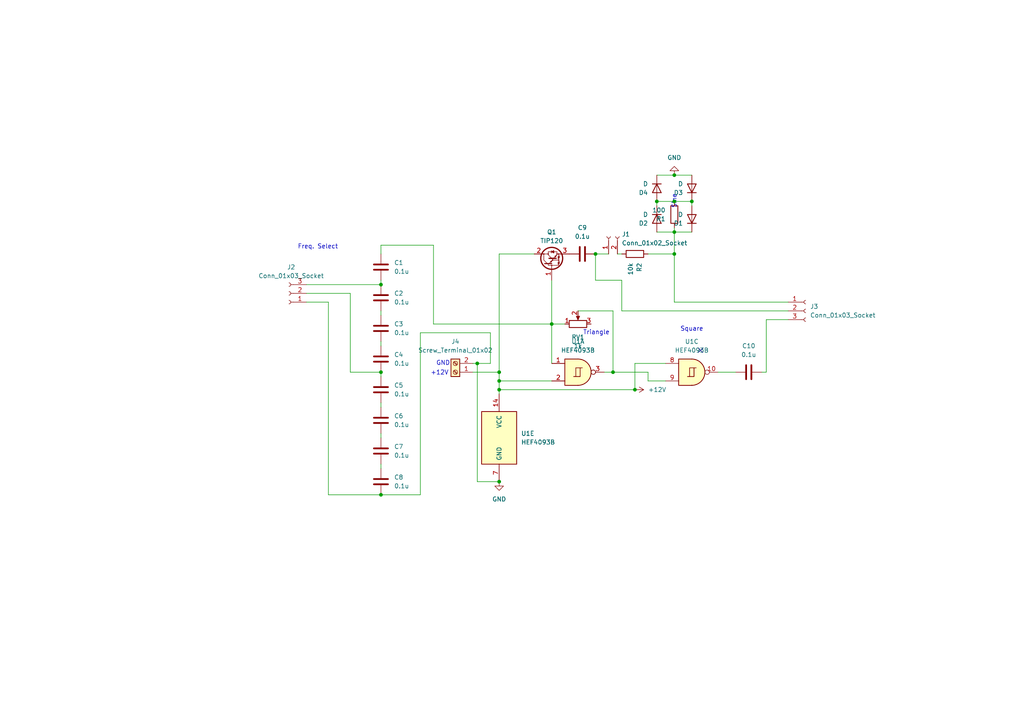
<source format=kicad_sch>
(kicad_sch
	(version 20231120)
	(generator "eeschema")
	(generator_version "8.0")
	(uuid "d9bd6cc7-c16a-40bc-87be-d47449777e26")
	(paper "A4")
	(lib_symbols
		(symbol "4xxx:HEF4093B"
			(pin_names
				(offset 1.016)
			)
			(exclude_from_sim no)
			(in_bom yes)
			(on_board yes)
			(property "Reference" "U"
				(at 0 1.27 0)
				(effects
					(font
						(size 1.27 1.27)
					)
				)
			)
			(property "Value" "HEF4093B"
				(at 0 -1.27 0)
				(effects
					(font
						(size 1.27 1.27)
					)
				)
			)
			(property "Footprint" ""
				(at 0 0 0)
				(effects
					(font
						(size 1.27 1.27)
					)
					(hide yes)
				)
			)
			(property "Datasheet" "https://assets.nexperia.com/documents/data-sheet/HEF4093B.pdf"
				(at 0 0 0)
				(effects
					(font
						(size 1.27 1.27)
					)
					(hide yes)
				)
			)
			(property "Description" "Quad 2-Input NAND Schmitt Trigger, SOIC-14"
				(at 0 0 0)
				(effects
					(font
						(size 1.27 1.27)
					)
					(hide yes)
				)
			)
			(property "ki_locked" ""
				(at 0 0 0)
				(effects
					(font
						(size 1.27 1.27)
					)
				)
			)
			(property "ki_keywords" "NAND2"
				(at 0 0 0)
				(effects
					(font
						(size 1.27 1.27)
					)
					(hide yes)
				)
			)
			(property "ki_fp_filters" "SOIC*3.9x8.7mm*P1.27mm*"
				(at 0 0 0)
				(effects
					(font
						(size 1.27 1.27)
					)
					(hide yes)
				)
			)
			(symbol "HEF4093B_1_0"
				(polyline
					(pts
						(xy -0.635 -1.27) (xy -0.635 1.27) (xy 0.635 1.27)
					)
					(stroke
						(width 0)
						(type default)
					)
					(fill
						(type none)
					)
				)
				(polyline
					(pts
						(xy -0.635 -1.27) (xy -0.635 1.27) (xy 0.635 1.27)
					)
					(stroke
						(width 0)
						(type default)
					)
					(fill
						(type none)
					)
				)
				(polyline
					(pts
						(xy -1.27 -1.27) (xy 0.635 -1.27) (xy 0.635 1.27) (xy 1.27 1.27)
					)
					(stroke
						(width 0)
						(type default)
					)
					(fill
						(type none)
					)
				)
				(polyline
					(pts
						(xy -1.27 -1.27) (xy 0.635 -1.27) (xy 0.635 1.27) (xy 1.27 1.27)
					)
					(stroke
						(width 0)
						(type default)
					)
					(fill
						(type none)
					)
				)
			)
			(symbol "HEF4093B_1_1"
				(arc
					(start 0 -3.81)
					(mid 3.7934 0)
					(end 0 3.81)
					(stroke
						(width 0.254)
						(type default)
					)
					(fill
						(type background)
					)
				)
				(polyline
					(pts
						(xy 0 3.81) (xy -3.81 3.81) (xy -3.81 -3.81) (xy 0 -3.81)
					)
					(stroke
						(width 0.254)
						(type default)
					)
					(fill
						(type background)
					)
				)
				(pin input line
					(at -7.62 2.54 0)
					(length 3.81)
					(name "~"
						(effects
							(font
								(size 1.27 1.27)
							)
						)
					)
					(number "1"
						(effects
							(font
								(size 1.27 1.27)
							)
						)
					)
				)
				(pin input line
					(at -7.62 -2.54 0)
					(length 3.81)
					(name "~"
						(effects
							(font
								(size 1.27 1.27)
							)
						)
					)
					(number "2"
						(effects
							(font
								(size 1.27 1.27)
							)
						)
					)
				)
				(pin output inverted
					(at 7.62 0 180)
					(length 3.81)
					(name "~"
						(effects
							(font
								(size 1.27 1.27)
							)
						)
					)
					(number "3"
						(effects
							(font
								(size 1.27 1.27)
							)
						)
					)
				)
			)
			(symbol "HEF4093B_1_2"
				(arc
					(start -3.81 -3.81)
					(mid -2.589 0)
					(end -3.81 3.81)
					(stroke
						(width 0.254)
						(type default)
					)
					(fill
						(type none)
					)
				)
				(arc
					(start -0.6096 -3.81)
					(mid 2.1842 -2.5851)
					(end 3.81 0)
					(stroke
						(width 0.254)
						(type default)
					)
					(fill
						(type background)
					)
				)
				(polyline
					(pts
						(xy -3.81 -3.81) (xy -0.635 -3.81)
					)
					(stroke
						(width 0.254)
						(type default)
					)
					(fill
						(type background)
					)
				)
				(polyline
					(pts
						(xy -3.81 3.81) (xy -0.635 3.81)
					)
					(stroke
						(width 0.254)
						(type default)
					)
					(fill
						(type background)
					)
				)
				(polyline
					(pts
						(xy -0.635 3.81) (xy -3.81 3.81) (xy -3.81 3.81) (xy -3.556 3.4036) (xy -3.0226 2.2606) (xy -2.6924 1.0414)
						(xy -2.6162 -0.254) (xy -2.7686 -1.4986) (xy -3.175 -2.7178) (xy -3.81 -3.81) (xy -3.81 -3.81)
						(xy -0.635 -3.81)
					)
					(stroke
						(width -25.4)
						(type default)
					)
					(fill
						(type background)
					)
				)
				(arc
					(start 3.81 0)
					(mid 2.1915 2.5936)
					(end -0.6096 3.81)
					(stroke
						(width 0.254)
						(type default)
					)
					(fill
						(type background)
					)
				)
				(pin input inverted
					(at -7.62 2.54 0)
					(length 4.318)
					(name "~"
						(effects
							(font
								(size 1.27 1.27)
							)
						)
					)
					(number "1"
						(effects
							(font
								(size 1.27 1.27)
							)
						)
					)
				)
				(pin input inverted
					(at -7.62 -2.54 0)
					(length 4.318)
					(name "~"
						(effects
							(font
								(size 1.27 1.27)
							)
						)
					)
					(number "2"
						(effects
							(font
								(size 1.27 1.27)
							)
						)
					)
				)
				(pin output line
					(at 7.62 0 180)
					(length 3.81)
					(name "~"
						(effects
							(font
								(size 1.27 1.27)
							)
						)
					)
					(number "3"
						(effects
							(font
								(size 1.27 1.27)
							)
						)
					)
				)
			)
			(symbol "HEF4093B_2_0"
				(polyline
					(pts
						(xy -0.635 -1.27) (xy -0.635 1.27) (xy 0.635 1.27)
					)
					(stroke
						(width 0)
						(type default)
					)
					(fill
						(type none)
					)
				)
				(polyline
					(pts
						(xy -0.635 -1.27) (xy -0.635 1.27) (xy 0.635 1.27)
					)
					(stroke
						(width 0)
						(type default)
					)
					(fill
						(type none)
					)
				)
				(polyline
					(pts
						(xy -1.27 -1.27) (xy 0.635 -1.27) (xy 0.635 1.27) (xy 1.27 1.27)
					)
					(stroke
						(width 0)
						(type default)
					)
					(fill
						(type none)
					)
				)
				(polyline
					(pts
						(xy -1.27 -1.27) (xy 0.635 -1.27) (xy 0.635 1.27) (xy 1.27 1.27)
					)
					(stroke
						(width 0)
						(type default)
					)
					(fill
						(type none)
					)
				)
			)
			(symbol "HEF4093B_2_1"
				(arc
					(start 0 -3.81)
					(mid 3.7934 0)
					(end 0 3.81)
					(stroke
						(width 0.254)
						(type default)
					)
					(fill
						(type background)
					)
				)
				(polyline
					(pts
						(xy 0 3.81) (xy -3.81 3.81) (xy -3.81 -3.81) (xy 0 -3.81)
					)
					(stroke
						(width 0.254)
						(type default)
					)
					(fill
						(type background)
					)
				)
				(pin output inverted
					(at 7.62 0 180)
					(length 3.81)
					(name "~"
						(effects
							(font
								(size 1.27 1.27)
							)
						)
					)
					(number "4"
						(effects
							(font
								(size 1.27 1.27)
							)
						)
					)
				)
				(pin input line
					(at -7.62 2.54 0)
					(length 3.81)
					(name "~"
						(effects
							(font
								(size 1.27 1.27)
							)
						)
					)
					(number "5"
						(effects
							(font
								(size 1.27 1.27)
							)
						)
					)
				)
				(pin input line
					(at -7.62 -2.54 0)
					(length 3.81)
					(name "~"
						(effects
							(font
								(size 1.27 1.27)
							)
						)
					)
					(number "6"
						(effects
							(font
								(size 1.27 1.27)
							)
						)
					)
				)
			)
			(symbol "HEF4093B_2_2"
				(arc
					(start -3.81 -3.81)
					(mid -2.589 0)
					(end -3.81 3.81)
					(stroke
						(width 0.254)
						(type default)
					)
					(fill
						(type none)
					)
				)
				(arc
					(start -0.6096 -3.81)
					(mid 2.1842 -2.5851)
					(end 3.81 0)
					(stroke
						(width 0.254)
						(type default)
					)
					(fill
						(type background)
					)
				)
				(polyline
					(pts
						(xy -3.81 -3.81) (xy -0.635 -3.81)
					)
					(stroke
						(width 0.254)
						(type default)
					)
					(fill
						(type background)
					)
				)
				(polyline
					(pts
						(xy -3.81 3.81) (xy -0.635 3.81)
					)
					(stroke
						(width 0.254)
						(type default)
					)
					(fill
						(type background)
					)
				)
				(polyline
					(pts
						(xy -0.635 3.81) (xy -3.81 3.81) (xy -3.81 3.81) (xy -3.556 3.4036) (xy -3.0226 2.2606) (xy -2.6924 1.0414)
						(xy -2.6162 -0.254) (xy -2.7686 -1.4986) (xy -3.175 -2.7178) (xy -3.81 -3.81) (xy -3.81 -3.81)
						(xy -0.635 -3.81)
					)
					(stroke
						(width -25.4)
						(type default)
					)
					(fill
						(type background)
					)
				)
				(arc
					(start 3.81 0)
					(mid 2.1915 2.5936)
					(end -0.6096 3.81)
					(stroke
						(width 0.254)
						(type default)
					)
					(fill
						(type background)
					)
				)
				(pin output line
					(at 7.62 0 180)
					(length 3.81)
					(name "~"
						(effects
							(font
								(size 1.27 1.27)
							)
						)
					)
					(number "4"
						(effects
							(font
								(size 1.27 1.27)
							)
						)
					)
				)
				(pin input inverted
					(at -7.62 2.54 0)
					(length 4.318)
					(name "~"
						(effects
							(font
								(size 1.27 1.27)
							)
						)
					)
					(number "5"
						(effects
							(font
								(size 1.27 1.27)
							)
						)
					)
				)
				(pin input inverted
					(at -7.62 -2.54 0)
					(length 4.318)
					(name "~"
						(effects
							(font
								(size 1.27 1.27)
							)
						)
					)
					(number "6"
						(effects
							(font
								(size 1.27 1.27)
							)
						)
					)
				)
			)
			(symbol "HEF4093B_3_0"
				(polyline
					(pts
						(xy -0.635 -1.27) (xy -0.635 1.27) (xy 0.635 1.27)
					)
					(stroke
						(width 0)
						(type default)
					)
					(fill
						(type none)
					)
				)
				(polyline
					(pts
						(xy -0.635 -1.27) (xy -0.635 1.27) (xy 0.635 1.27)
					)
					(stroke
						(width 0)
						(type default)
					)
					(fill
						(type none)
					)
				)
				(polyline
					(pts
						(xy -1.27 -1.27) (xy 0.635 -1.27) (xy 0.635 1.27) (xy 1.27 1.27)
					)
					(stroke
						(width 0)
						(type default)
					)
					(fill
						(type none)
					)
				)
				(polyline
					(pts
						(xy -1.27 -1.27) (xy 0.635 -1.27) (xy 0.635 1.27) (xy 1.27 1.27)
					)
					(stroke
						(width 0)
						(type default)
					)
					(fill
						(type none)
					)
				)
			)
			(symbol "HEF4093B_3_1"
				(arc
					(start 0 -3.81)
					(mid 3.7934 0)
					(end 0 3.81)
					(stroke
						(width 0.254)
						(type default)
					)
					(fill
						(type background)
					)
				)
				(polyline
					(pts
						(xy 0 3.81) (xy -3.81 3.81) (xy -3.81 -3.81) (xy 0 -3.81)
					)
					(stroke
						(width 0.254)
						(type default)
					)
					(fill
						(type background)
					)
				)
				(pin output inverted
					(at 7.62 0 180)
					(length 3.81)
					(name "~"
						(effects
							(font
								(size 1.27 1.27)
							)
						)
					)
					(number "10"
						(effects
							(font
								(size 1.27 1.27)
							)
						)
					)
				)
				(pin input line
					(at -7.62 2.54 0)
					(length 3.81)
					(name "~"
						(effects
							(font
								(size 1.27 1.27)
							)
						)
					)
					(number "8"
						(effects
							(font
								(size 1.27 1.27)
							)
						)
					)
				)
				(pin input line
					(at -7.62 -2.54 0)
					(length 3.81)
					(name "~"
						(effects
							(font
								(size 1.27 1.27)
							)
						)
					)
					(number "9"
						(effects
							(font
								(size 1.27 1.27)
							)
						)
					)
				)
			)
			(symbol "HEF4093B_3_2"
				(arc
					(start -3.81 -3.81)
					(mid -2.589 0)
					(end -3.81 3.81)
					(stroke
						(width 0.254)
						(type default)
					)
					(fill
						(type none)
					)
				)
				(arc
					(start -0.6096 -3.81)
					(mid 2.1842 -2.5851)
					(end 3.81 0)
					(stroke
						(width 0.254)
						(type default)
					)
					(fill
						(type background)
					)
				)
				(polyline
					(pts
						(xy -3.81 -3.81) (xy -0.635 -3.81)
					)
					(stroke
						(width 0.254)
						(type default)
					)
					(fill
						(type background)
					)
				)
				(polyline
					(pts
						(xy -3.81 3.81) (xy -0.635 3.81)
					)
					(stroke
						(width 0.254)
						(type default)
					)
					(fill
						(type background)
					)
				)
				(polyline
					(pts
						(xy -0.635 3.81) (xy -3.81 3.81) (xy -3.81 3.81) (xy -3.556 3.4036) (xy -3.0226 2.2606) (xy -2.6924 1.0414)
						(xy -2.6162 -0.254) (xy -2.7686 -1.4986) (xy -3.175 -2.7178) (xy -3.81 -3.81) (xy -3.81 -3.81)
						(xy -0.635 -3.81)
					)
					(stroke
						(width -25.4)
						(type default)
					)
					(fill
						(type background)
					)
				)
				(arc
					(start 3.81 0)
					(mid 2.1915 2.5936)
					(end -0.6096 3.81)
					(stroke
						(width 0.254)
						(type default)
					)
					(fill
						(type background)
					)
				)
				(pin output line
					(at 7.62 0 180)
					(length 3.81)
					(name "~"
						(effects
							(font
								(size 1.27 1.27)
							)
						)
					)
					(number "10"
						(effects
							(font
								(size 1.27 1.27)
							)
						)
					)
				)
				(pin input inverted
					(at -7.62 2.54 0)
					(length 4.318)
					(name "~"
						(effects
							(font
								(size 1.27 1.27)
							)
						)
					)
					(number "8"
						(effects
							(font
								(size 1.27 1.27)
							)
						)
					)
				)
				(pin input inverted
					(at -7.62 -2.54 0)
					(length 4.318)
					(name "~"
						(effects
							(font
								(size 1.27 1.27)
							)
						)
					)
					(number "9"
						(effects
							(font
								(size 1.27 1.27)
							)
						)
					)
				)
			)
			(symbol "HEF4093B_4_0"
				(polyline
					(pts
						(xy -0.635 -1.27) (xy -0.635 1.27) (xy 0.635 1.27)
					)
					(stroke
						(width 0)
						(type default)
					)
					(fill
						(type none)
					)
				)
				(polyline
					(pts
						(xy -0.635 -1.27) (xy -0.635 1.27) (xy 0.635 1.27)
					)
					(stroke
						(width 0)
						(type default)
					)
					(fill
						(type none)
					)
				)
				(polyline
					(pts
						(xy -1.27 -1.27) (xy 0.635 -1.27) (xy 0.635 1.27) (xy 1.27 1.27)
					)
					(stroke
						(width 0)
						(type default)
					)
					(fill
						(type none)
					)
				)
				(polyline
					(pts
						(xy -1.27 -1.27) (xy 0.635 -1.27) (xy 0.635 1.27) (xy 1.27 1.27)
					)
					(stroke
						(width 0)
						(type default)
					)
					(fill
						(type none)
					)
				)
			)
			(symbol "HEF4093B_4_1"
				(arc
					(start 0 -3.81)
					(mid 3.7934 0)
					(end 0 3.81)
					(stroke
						(width 0.254)
						(type default)
					)
					(fill
						(type background)
					)
				)
				(polyline
					(pts
						(xy 0 3.81) (xy -3.81 3.81) (xy -3.81 -3.81) (xy 0 -3.81)
					)
					(stroke
						(width 0.254)
						(type default)
					)
					(fill
						(type background)
					)
				)
				(pin output inverted
					(at 7.62 0 180)
					(length 3.81)
					(name "~"
						(effects
							(font
								(size 1.27 1.27)
							)
						)
					)
					(number "11"
						(effects
							(font
								(size 1.27 1.27)
							)
						)
					)
				)
				(pin input line
					(at -7.62 2.54 0)
					(length 3.81)
					(name "~"
						(effects
							(font
								(size 1.27 1.27)
							)
						)
					)
					(number "12"
						(effects
							(font
								(size 1.27 1.27)
							)
						)
					)
				)
				(pin input line
					(at -7.62 -2.54 0)
					(length 3.81)
					(name "~"
						(effects
							(font
								(size 1.27 1.27)
							)
						)
					)
					(number "13"
						(effects
							(font
								(size 1.27 1.27)
							)
						)
					)
				)
			)
			(symbol "HEF4093B_4_2"
				(arc
					(start -3.81 -3.81)
					(mid -2.589 0)
					(end -3.81 3.81)
					(stroke
						(width 0.254)
						(type default)
					)
					(fill
						(type none)
					)
				)
				(arc
					(start -0.6096 -3.81)
					(mid 2.1842 -2.5851)
					(end 3.81 0)
					(stroke
						(width 0.254)
						(type default)
					)
					(fill
						(type background)
					)
				)
				(polyline
					(pts
						(xy -3.81 -3.81) (xy -0.635 -3.81)
					)
					(stroke
						(width 0.254)
						(type default)
					)
					(fill
						(type background)
					)
				)
				(polyline
					(pts
						(xy -3.81 3.81) (xy -0.635 3.81)
					)
					(stroke
						(width 0.254)
						(type default)
					)
					(fill
						(type background)
					)
				)
				(polyline
					(pts
						(xy -0.635 3.81) (xy -3.81 3.81) (xy -3.81 3.81) (xy -3.556 3.4036) (xy -3.0226 2.2606) (xy -2.6924 1.0414)
						(xy -2.6162 -0.254) (xy -2.7686 -1.4986) (xy -3.175 -2.7178) (xy -3.81 -3.81) (xy -3.81 -3.81)
						(xy -0.635 -3.81)
					)
					(stroke
						(width -25.4)
						(type default)
					)
					(fill
						(type background)
					)
				)
				(arc
					(start 3.81 0)
					(mid 2.1915 2.5936)
					(end -0.6096 3.81)
					(stroke
						(width 0.254)
						(type default)
					)
					(fill
						(type background)
					)
				)
				(pin output line
					(at 7.62 0 180)
					(length 3.81)
					(name "~"
						(effects
							(font
								(size 1.27 1.27)
							)
						)
					)
					(number "11"
						(effects
							(font
								(size 1.27 1.27)
							)
						)
					)
				)
				(pin input inverted
					(at -7.62 2.54 0)
					(length 4.318)
					(name "~"
						(effects
							(font
								(size 1.27 1.27)
							)
						)
					)
					(number "12"
						(effects
							(font
								(size 1.27 1.27)
							)
						)
					)
				)
				(pin input inverted
					(at -7.62 -2.54 0)
					(length 4.318)
					(name "~"
						(effects
							(font
								(size 1.27 1.27)
							)
						)
					)
					(number "13"
						(effects
							(font
								(size 1.27 1.27)
							)
						)
					)
				)
			)
			(symbol "HEF4093B_5_0"
				(pin power_in line
					(at 0 12.7 270)
					(length 5.08)
					(name "VCC"
						(effects
							(font
								(size 1.27 1.27)
							)
						)
					)
					(number "14"
						(effects
							(font
								(size 1.27 1.27)
							)
						)
					)
				)
				(pin power_in line
					(at 0 -12.7 90)
					(length 5.08)
					(name "GND"
						(effects
							(font
								(size 1.27 1.27)
							)
						)
					)
					(number "7"
						(effects
							(font
								(size 1.27 1.27)
							)
						)
					)
				)
			)
			(symbol "HEF4093B_5_1"
				(rectangle
					(start -5.08 7.62)
					(end 5.08 -7.62)
					(stroke
						(width 0.254)
						(type default)
					)
					(fill
						(type background)
					)
				)
			)
		)
		(symbol "Connector:Conn_01x02_Socket"
			(pin_names
				(offset 1.016) hide)
			(exclude_from_sim no)
			(in_bom yes)
			(on_board yes)
			(property "Reference" "J"
				(at 0 2.54 0)
				(effects
					(font
						(size 1.27 1.27)
					)
				)
			)
			(property "Value" "Conn_01x02_Socket"
				(at 0 -5.08 0)
				(effects
					(font
						(size 1.27 1.27)
					)
				)
			)
			(property "Footprint" ""
				(at 0 0 0)
				(effects
					(font
						(size 1.27 1.27)
					)
					(hide yes)
				)
			)
			(property "Datasheet" "~"
				(at 0 0 0)
				(effects
					(font
						(size 1.27 1.27)
					)
					(hide yes)
				)
			)
			(property "Description" "Generic connector, single row, 01x02, script generated"
				(at 0 0 0)
				(effects
					(font
						(size 1.27 1.27)
					)
					(hide yes)
				)
			)
			(property "ki_locked" ""
				(at 0 0 0)
				(effects
					(font
						(size 1.27 1.27)
					)
				)
			)
			(property "ki_keywords" "connector"
				(at 0 0 0)
				(effects
					(font
						(size 1.27 1.27)
					)
					(hide yes)
				)
			)
			(property "ki_fp_filters" "Connector*:*_1x??_*"
				(at 0 0 0)
				(effects
					(font
						(size 1.27 1.27)
					)
					(hide yes)
				)
			)
			(symbol "Conn_01x02_Socket_1_1"
				(arc
					(start 0 -2.032)
					(mid -0.5058 -2.54)
					(end 0 -3.048)
					(stroke
						(width 0.1524)
						(type default)
					)
					(fill
						(type none)
					)
				)
				(polyline
					(pts
						(xy -1.27 -2.54) (xy -0.508 -2.54)
					)
					(stroke
						(width 0.1524)
						(type default)
					)
					(fill
						(type none)
					)
				)
				(polyline
					(pts
						(xy -1.27 0) (xy -0.508 0)
					)
					(stroke
						(width 0.1524)
						(type default)
					)
					(fill
						(type none)
					)
				)
				(arc
					(start 0 0.508)
					(mid -0.5058 0)
					(end 0 -0.508)
					(stroke
						(width 0.1524)
						(type default)
					)
					(fill
						(type none)
					)
				)
				(pin passive line
					(at -5.08 0 0)
					(length 3.81)
					(name "Pin_1"
						(effects
							(font
								(size 1.27 1.27)
							)
						)
					)
					(number "1"
						(effects
							(font
								(size 1.27 1.27)
							)
						)
					)
				)
				(pin passive line
					(at -5.08 -2.54 0)
					(length 3.81)
					(name "Pin_2"
						(effects
							(font
								(size 1.27 1.27)
							)
						)
					)
					(number "2"
						(effects
							(font
								(size 1.27 1.27)
							)
						)
					)
				)
			)
		)
		(symbol "Connector:Conn_01x03_Socket"
			(pin_names
				(offset 1.016) hide)
			(exclude_from_sim no)
			(in_bom yes)
			(on_board yes)
			(property "Reference" "J"
				(at 0 5.08 0)
				(effects
					(font
						(size 1.27 1.27)
					)
				)
			)
			(property "Value" "Conn_01x03_Socket"
				(at 0 -5.08 0)
				(effects
					(font
						(size 1.27 1.27)
					)
				)
			)
			(property "Footprint" ""
				(at 0 0 0)
				(effects
					(font
						(size 1.27 1.27)
					)
					(hide yes)
				)
			)
			(property "Datasheet" "~"
				(at 0 0 0)
				(effects
					(font
						(size 1.27 1.27)
					)
					(hide yes)
				)
			)
			(property "Description" "Generic connector, single row, 01x03, script generated"
				(at 0 0 0)
				(effects
					(font
						(size 1.27 1.27)
					)
					(hide yes)
				)
			)
			(property "ki_locked" ""
				(at 0 0 0)
				(effects
					(font
						(size 1.27 1.27)
					)
				)
			)
			(property "ki_keywords" "connector"
				(at 0 0 0)
				(effects
					(font
						(size 1.27 1.27)
					)
					(hide yes)
				)
			)
			(property "ki_fp_filters" "Connector*:*_1x??_*"
				(at 0 0 0)
				(effects
					(font
						(size 1.27 1.27)
					)
					(hide yes)
				)
			)
			(symbol "Conn_01x03_Socket_1_1"
				(arc
					(start 0 -2.032)
					(mid -0.5058 -2.54)
					(end 0 -3.048)
					(stroke
						(width 0.1524)
						(type default)
					)
					(fill
						(type none)
					)
				)
				(polyline
					(pts
						(xy -1.27 -2.54) (xy -0.508 -2.54)
					)
					(stroke
						(width 0.1524)
						(type default)
					)
					(fill
						(type none)
					)
				)
				(polyline
					(pts
						(xy -1.27 0) (xy -0.508 0)
					)
					(stroke
						(width 0.1524)
						(type default)
					)
					(fill
						(type none)
					)
				)
				(polyline
					(pts
						(xy -1.27 2.54) (xy -0.508 2.54)
					)
					(stroke
						(width 0.1524)
						(type default)
					)
					(fill
						(type none)
					)
				)
				(arc
					(start 0 0.508)
					(mid -0.5058 0)
					(end 0 -0.508)
					(stroke
						(width 0.1524)
						(type default)
					)
					(fill
						(type none)
					)
				)
				(arc
					(start 0 3.048)
					(mid -0.5058 2.54)
					(end 0 2.032)
					(stroke
						(width 0.1524)
						(type default)
					)
					(fill
						(type none)
					)
				)
				(pin passive line
					(at -5.08 2.54 0)
					(length 3.81)
					(name "Pin_1"
						(effects
							(font
								(size 1.27 1.27)
							)
						)
					)
					(number "1"
						(effects
							(font
								(size 1.27 1.27)
							)
						)
					)
				)
				(pin passive line
					(at -5.08 0 0)
					(length 3.81)
					(name "Pin_2"
						(effects
							(font
								(size 1.27 1.27)
							)
						)
					)
					(number "2"
						(effects
							(font
								(size 1.27 1.27)
							)
						)
					)
				)
				(pin passive line
					(at -5.08 -2.54 0)
					(length 3.81)
					(name "Pin_3"
						(effects
							(font
								(size 1.27 1.27)
							)
						)
					)
					(number "3"
						(effects
							(font
								(size 1.27 1.27)
							)
						)
					)
				)
			)
		)
		(symbol "Connector:Screw_Terminal_01x02"
			(pin_names
				(offset 1.016) hide)
			(exclude_from_sim no)
			(in_bom yes)
			(on_board yes)
			(property "Reference" "J"
				(at 0 2.54 0)
				(effects
					(font
						(size 1.27 1.27)
					)
				)
			)
			(property "Value" "Screw_Terminal_01x02"
				(at 0 -5.08 0)
				(effects
					(font
						(size 1.27 1.27)
					)
				)
			)
			(property "Footprint" ""
				(at 0 0 0)
				(effects
					(font
						(size 1.27 1.27)
					)
					(hide yes)
				)
			)
			(property "Datasheet" "~"
				(at 0 0 0)
				(effects
					(font
						(size 1.27 1.27)
					)
					(hide yes)
				)
			)
			(property "Description" "Generic screw terminal, single row, 01x02, script generated (kicad-library-utils/schlib/autogen/connector/)"
				(at 0 0 0)
				(effects
					(font
						(size 1.27 1.27)
					)
					(hide yes)
				)
			)
			(property "ki_keywords" "screw terminal"
				(at 0 0 0)
				(effects
					(font
						(size 1.27 1.27)
					)
					(hide yes)
				)
			)
			(property "ki_fp_filters" "TerminalBlock*:*"
				(at 0 0 0)
				(effects
					(font
						(size 1.27 1.27)
					)
					(hide yes)
				)
			)
			(symbol "Screw_Terminal_01x02_1_1"
				(rectangle
					(start -1.27 1.27)
					(end 1.27 -3.81)
					(stroke
						(width 0.254)
						(type default)
					)
					(fill
						(type background)
					)
				)
				(circle
					(center 0 -2.54)
					(radius 0.635)
					(stroke
						(width 0.1524)
						(type default)
					)
					(fill
						(type none)
					)
				)
				(polyline
					(pts
						(xy -0.5334 -2.2098) (xy 0.3302 -3.048)
					)
					(stroke
						(width 0.1524)
						(type default)
					)
					(fill
						(type none)
					)
				)
				(polyline
					(pts
						(xy -0.5334 0.3302) (xy 0.3302 -0.508)
					)
					(stroke
						(width 0.1524)
						(type default)
					)
					(fill
						(type none)
					)
				)
				(polyline
					(pts
						(xy -0.3556 -2.032) (xy 0.508 -2.8702)
					)
					(stroke
						(width 0.1524)
						(type default)
					)
					(fill
						(type none)
					)
				)
				(polyline
					(pts
						(xy -0.3556 0.508) (xy 0.508 -0.3302)
					)
					(stroke
						(width 0.1524)
						(type default)
					)
					(fill
						(type none)
					)
				)
				(circle
					(center 0 0)
					(radius 0.635)
					(stroke
						(width 0.1524)
						(type default)
					)
					(fill
						(type none)
					)
				)
				(pin passive line
					(at -5.08 0 0)
					(length 3.81)
					(name "Pin_1"
						(effects
							(font
								(size 1.27 1.27)
							)
						)
					)
					(number "1"
						(effects
							(font
								(size 1.27 1.27)
							)
						)
					)
				)
				(pin passive line
					(at -5.08 -2.54 0)
					(length 3.81)
					(name "Pin_2"
						(effects
							(font
								(size 1.27 1.27)
							)
						)
					)
					(number "2"
						(effects
							(font
								(size 1.27 1.27)
							)
						)
					)
				)
			)
		)
		(symbol "Device:C"
			(pin_numbers hide)
			(pin_names
				(offset 0.254)
			)
			(exclude_from_sim no)
			(in_bom yes)
			(on_board yes)
			(property "Reference" "C"
				(at 0.635 2.54 0)
				(effects
					(font
						(size 1.27 1.27)
					)
					(justify left)
				)
			)
			(property "Value" "C"
				(at 0.635 -2.54 0)
				(effects
					(font
						(size 1.27 1.27)
					)
					(justify left)
				)
			)
			(property "Footprint" ""
				(at 0.9652 -3.81 0)
				(effects
					(font
						(size 1.27 1.27)
					)
					(hide yes)
				)
			)
			(property "Datasheet" "~"
				(at 0 0 0)
				(effects
					(font
						(size 1.27 1.27)
					)
					(hide yes)
				)
			)
			(property "Description" "Unpolarized capacitor"
				(at 0 0 0)
				(effects
					(font
						(size 1.27 1.27)
					)
					(hide yes)
				)
			)
			(property "ki_keywords" "cap capacitor"
				(at 0 0 0)
				(effects
					(font
						(size 1.27 1.27)
					)
					(hide yes)
				)
			)
			(property "ki_fp_filters" "C_*"
				(at 0 0 0)
				(effects
					(font
						(size 1.27 1.27)
					)
					(hide yes)
				)
			)
			(symbol "C_0_1"
				(polyline
					(pts
						(xy -2.032 -0.762) (xy 2.032 -0.762)
					)
					(stroke
						(width 0.508)
						(type default)
					)
					(fill
						(type none)
					)
				)
				(polyline
					(pts
						(xy -2.032 0.762) (xy 2.032 0.762)
					)
					(stroke
						(width 0.508)
						(type default)
					)
					(fill
						(type none)
					)
				)
			)
			(symbol "C_1_1"
				(pin passive line
					(at 0 3.81 270)
					(length 2.794)
					(name "~"
						(effects
							(font
								(size 1.27 1.27)
							)
						)
					)
					(number "1"
						(effects
							(font
								(size 1.27 1.27)
							)
						)
					)
				)
				(pin passive line
					(at 0 -3.81 90)
					(length 2.794)
					(name "~"
						(effects
							(font
								(size 1.27 1.27)
							)
						)
					)
					(number "2"
						(effects
							(font
								(size 1.27 1.27)
							)
						)
					)
				)
			)
		)
		(symbol "Device:D"
			(pin_numbers hide)
			(pin_names
				(offset 1.016) hide)
			(exclude_from_sim no)
			(in_bom yes)
			(on_board yes)
			(property "Reference" "D"
				(at 0 2.54 0)
				(effects
					(font
						(size 1.27 1.27)
					)
				)
			)
			(property "Value" "D"
				(at 0 -2.54 0)
				(effects
					(font
						(size 1.27 1.27)
					)
				)
			)
			(property "Footprint" ""
				(at 0 0 0)
				(effects
					(font
						(size 1.27 1.27)
					)
					(hide yes)
				)
			)
			(property "Datasheet" "~"
				(at 0 0 0)
				(effects
					(font
						(size 1.27 1.27)
					)
					(hide yes)
				)
			)
			(property "Description" "Diode"
				(at 0 0 0)
				(effects
					(font
						(size 1.27 1.27)
					)
					(hide yes)
				)
			)
			(property "Sim.Device" "D"
				(at 0 0 0)
				(effects
					(font
						(size 1.27 1.27)
					)
					(hide yes)
				)
			)
			(property "Sim.Pins" "1=K 2=A"
				(at 0 0 0)
				(effects
					(font
						(size 1.27 1.27)
					)
					(hide yes)
				)
			)
			(property "ki_keywords" "diode"
				(at 0 0 0)
				(effects
					(font
						(size 1.27 1.27)
					)
					(hide yes)
				)
			)
			(property "ki_fp_filters" "TO-???* *_Diode_* *SingleDiode* D_*"
				(at 0 0 0)
				(effects
					(font
						(size 1.27 1.27)
					)
					(hide yes)
				)
			)
			(symbol "D_0_1"
				(polyline
					(pts
						(xy -1.27 1.27) (xy -1.27 -1.27)
					)
					(stroke
						(width 0.254)
						(type default)
					)
					(fill
						(type none)
					)
				)
				(polyline
					(pts
						(xy 1.27 0) (xy -1.27 0)
					)
					(stroke
						(width 0)
						(type default)
					)
					(fill
						(type none)
					)
				)
				(polyline
					(pts
						(xy 1.27 1.27) (xy 1.27 -1.27) (xy -1.27 0) (xy 1.27 1.27)
					)
					(stroke
						(width 0.254)
						(type default)
					)
					(fill
						(type none)
					)
				)
			)
			(symbol "D_1_1"
				(pin passive line
					(at -3.81 0 0)
					(length 2.54)
					(name "K"
						(effects
							(font
								(size 1.27 1.27)
							)
						)
					)
					(number "1"
						(effects
							(font
								(size 1.27 1.27)
							)
						)
					)
				)
				(pin passive line
					(at 3.81 0 180)
					(length 2.54)
					(name "A"
						(effects
							(font
								(size 1.27 1.27)
							)
						)
					)
					(number "2"
						(effects
							(font
								(size 1.27 1.27)
							)
						)
					)
				)
			)
		)
		(symbol "Device:R"
			(pin_numbers hide)
			(pin_names
				(offset 0)
			)
			(exclude_from_sim no)
			(in_bom yes)
			(on_board yes)
			(property "Reference" "R"
				(at 2.032 0 90)
				(effects
					(font
						(size 1.27 1.27)
					)
				)
			)
			(property "Value" "R"
				(at 0 0 90)
				(effects
					(font
						(size 1.27 1.27)
					)
				)
			)
			(property "Footprint" ""
				(at -1.778 0 90)
				(effects
					(font
						(size 1.27 1.27)
					)
					(hide yes)
				)
			)
			(property "Datasheet" "~"
				(at 0 0 0)
				(effects
					(font
						(size 1.27 1.27)
					)
					(hide yes)
				)
			)
			(property "Description" "Resistor"
				(at 0 0 0)
				(effects
					(font
						(size 1.27 1.27)
					)
					(hide yes)
				)
			)
			(property "ki_keywords" "R res resistor"
				(at 0 0 0)
				(effects
					(font
						(size 1.27 1.27)
					)
					(hide yes)
				)
			)
			(property "ki_fp_filters" "R_*"
				(at 0 0 0)
				(effects
					(font
						(size 1.27 1.27)
					)
					(hide yes)
				)
			)
			(symbol "R_0_1"
				(rectangle
					(start -1.016 -2.54)
					(end 1.016 2.54)
					(stroke
						(width 0.254)
						(type default)
					)
					(fill
						(type none)
					)
				)
			)
			(symbol "R_1_1"
				(pin passive line
					(at 0 3.81 270)
					(length 1.27)
					(name "~"
						(effects
							(font
								(size 1.27 1.27)
							)
						)
					)
					(number "1"
						(effects
							(font
								(size 1.27 1.27)
							)
						)
					)
				)
				(pin passive line
					(at 0 -3.81 90)
					(length 1.27)
					(name "~"
						(effects
							(font
								(size 1.27 1.27)
							)
						)
					)
					(number "2"
						(effects
							(font
								(size 1.27 1.27)
							)
						)
					)
				)
			)
		)
		(symbol "Device:R_Potentiometer"
			(pin_names
				(offset 1.016) hide)
			(exclude_from_sim no)
			(in_bom yes)
			(on_board yes)
			(property "Reference" "RV"
				(at -4.445 0 90)
				(effects
					(font
						(size 1.27 1.27)
					)
				)
			)
			(property "Value" "R_Potentiometer"
				(at -2.54 0 90)
				(effects
					(font
						(size 1.27 1.27)
					)
				)
			)
			(property "Footprint" ""
				(at 0 0 0)
				(effects
					(font
						(size 1.27 1.27)
					)
					(hide yes)
				)
			)
			(property "Datasheet" "~"
				(at 0 0 0)
				(effects
					(font
						(size 1.27 1.27)
					)
					(hide yes)
				)
			)
			(property "Description" "Potentiometer"
				(at 0 0 0)
				(effects
					(font
						(size 1.27 1.27)
					)
					(hide yes)
				)
			)
			(property "ki_keywords" "resistor variable"
				(at 0 0 0)
				(effects
					(font
						(size 1.27 1.27)
					)
					(hide yes)
				)
			)
			(property "ki_fp_filters" "Potentiometer*"
				(at 0 0 0)
				(effects
					(font
						(size 1.27 1.27)
					)
					(hide yes)
				)
			)
			(symbol "R_Potentiometer_0_1"
				(polyline
					(pts
						(xy 2.54 0) (xy 1.524 0)
					)
					(stroke
						(width 0)
						(type default)
					)
					(fill
						(type none)
					)
				)
				(polyline
					(pts
						(xy 1.143 0) (xy 2.286 0.508) (xy 2.286 -0.508) (xy 1.143 0)
					)
					(stroke
						(width 0)
						(type default)
					)
					(fill
						(type outline)
					)
				)
				(rectangle
					(start 1.016 2.54)
					(end -1.016 -2.54)
					(stroke
						(width 0.254)
						(type default)
					)
					(fill
						(type none)
					)
				)
			)
			(symbol "R_Potentiometer_1_1"
				(pin passive line
					(at 0 3.81 270)
					(length 1.27)
					(name "1"
						(effects
							(font
								(size 1.27 1.27)
							)
						)
					)
					(number "1"
						(effects
							(font
								(size 1.27 1.27)
							)
						)
					)
				)
				(pin passive line
					(at 3.81 0 180)
					(length 1.27)
					(name "2"
						(effects
							(font
								(size 1.27 1.27)
							)
						)
					)
					(number "2"
						(effects
							(font
								(size 1.27 1.27)
							)
						)
					)
				)
				(pin passive line
					(at 0 -3.81 90)
					(length 1.27)
					(name "3"
						(effects
							(font
								(size 1.27 1.27)
							)
						)
					)
					(number "3"
						(effects
							(font
								(size 1.27 1.27)
							)
						)
					)
				)
			)
		)
		(symbol "Transistor_BJT:TIP120"
			(pin_names
				(offset 0) hide)
			(exclude_from_sim no)
			(in_bom yes)
			(on_board yes)
			(property "Reference" "Q"
				(at 5.08 1.905 0)
				(effects
					(font
						(size 1.27 1.27)
					)
					(justify left)
				)
			)
			(property "Value" "TIP120"
				(at 5.08 0 0)
				(effects
					(font
						(size 1.27 1.27)
					)
					(justify left)
				)
			)
			(property "Footprint" "Package_TO_SOT_THT:TO-220-3_Vertical"
				(at 5.08 -1.905 0)
				(effects
					(font
						(size 1.27 1.27)
						(italic yes)
					)
					(justify left)
					(hide yes)
				)
			)
			(property "Datasheet" "https://www.onsemi.com/pub/Collateral/TIP120-D.PDF"
				(at 0 0 0)
				(effects
					(font
						(size 1.27 1.27)
					)
					(justify left)
					(hide yes)
				)
			)
			(property "Description" "5A Ic, 60V Vce, Silicon Darlington Power NPN Transistor, TO-220"
				(at 0 0 0)
				(effects
					(font
						(size 1.27 1.27)
					)
					(hide yes)
				)
			)
			(property "ki_keywords" "Darlington Power NPN Transistor"
				(at 0 0 0)
				(effects
					(font
						(size 1.27 1.27)
					)
					(hide yes)
				)
			)
			(property "ki_fp_filters" "TO?220*"
				(at 0 0 0)
				(effects
					(font
						(size 1.27 1.27)
					)
					(hide yes)
				)
			)
			(symbol "TIP120_0_1"
				(circle
					(center -0.762 0)
					(radius 0.127)
					(stroke
						(width 0)
						(type default)
					)
					(fill
						(type none)
					)
				)
				(polyline
					(pts
						(xy -1.27 0) (xy -0.889 0)
					)
					(stroke
						(width 0)
						(type default)
					)
					(fill
						(type none)
					)
				)
				(polyline
					(pts
						(xy 2.54 -2.032) (xy 2.54 -2.54)
					)
					(stroke
						(width 0)
						(type default)
					)
					(fill
						(type none)
					)
				)
				(polyline
					(pts
						(xy 2.54 -1.524) (xy 3.175 -1.524)
					)
					(stroke
						(width 0)
						(type default)
					)
					(fill
						(type none)
					)
				)
				(polyline
					(pts
						(xy 2.794 0.127) (xy 3.556 0.127)
					)
					(stroke
						(width 0)
						(type default)
					)
					(fill
						(type none)
					)
				)
				(polyline
					(pts
						(xy 3.175 -0.635) (xy 3.175 -1.524)
					)
					(stroke
						(width 0)
						(type default)
					)
					(fill
						(type none)
					)
				)
				(polyline
					(pts
						(xy 3.175 1.016) (xy 2.54 1.016)
					)
					(stroke
						(width 0)
						(type default)
					)
					(fill
						(type none)
					)
				)
				(polyline
					(pts
						(xy 3.175 1.016) (xy 3.175 0.127)
					)
					(stroke
						(width 0)
						(type default)
					)
					(fill
						(type none)
					)
				)
				(polyline
					(pts
						(xy -0.254 0.762) (xy 0.762 -0.254) (xy 1.27 -0.254)
					)
					(stroke
						(width 0)
						(type default)
					)
					(fill
						(type none)
					)
				)
				(polyline
					(pts
						(xy -0.254 1.016) (xy -0.762 1.016) (xy -0.762 -2.032)
					)
					(stroke
						(width 0)
						(type default)
					)
					(fill
						(type none)
					)
				)
				(polyline
					(pts
						(xy -0.254 1.27) (xy 0.762 2.286) (xy 2.54 2.286)
					)
					(stroke
						(width 0)
						(type default)
					)
					(fill
						(type none)
					)
				)
				(polyline
					(pts
						(xy -0.254 2.032) (xy -0.254 0) (xy -0.254 0)
					)
					(stroke
						(width 0.3048)
						(type default)
					)
					(fill
						(type none)
					)
				)
				(polyline
					(pts
						(xy 1.27 0.762) (xy 1.27 -1.27) (xy 1.27 -1.27)
					)
					(stroke
						(width 0.381)
						(type default)
					)
					(fill
						(type none)
					)
				)
				(polyline
					(pts
						(xy 0.635 -0.127) (xy 0.381 0.381) (xy 0.127 0.127) (xy 0.635 -0.127)
					)
					(stroke
						(width 0)
						(type default)
					)
					(fill
						(type none)
					)
				)
				(polyline
					(pts
						(xy 1.27 -0.508) (xy 2.286 -1.524) (xy 2.54 -1.524) (xy 2.54 -2.032)
					)
					(stroke
						(width 0)
						(type default)
					)
					(fill
						(type none)
					)
				)
				(polyline
					(pts
						(xy 1.27 0) (xy 2.286 1.016) (xy 2.54 1.016) (xy 2.54 2.286)
					)
					(stroke
						(width 0)
						(type default)
					)
					(fill
						(type none)
					)
				)
				(polyline
					(pts
						(xy 2.159 -1.397) (xy 1.905 -0.889) (xy 1.651 -1.143) (xy 2.159 -1.397)
					)
					(stroke
						(width 0)
						(type default)
					)
					(fill
						(type none)
					)
				)
				(polyline
					(pts
						(xy 3.175 0.127) (xy 2.794 -0.635) (xy 3.556 -0.635) (xy 3.175 0.127)
					)
					(stroke
						(width 0)
						(type default)
					)
					(fill
						(type outline)
					)
				)
				(polyline
					(pts
						(xy 0.762 -2.032) (xy 0.381 -2.032) (xy 0.254 -2.286) (xy 0.127 -1.778) (xy 0 -2.286) (xy -0.127 -1.778)
						(xy -0.254 -2.286) (xy -0.381 -1.778) (xy -0.508 -2.032) (xy -0.762 -2.032)
					)
					(stroke
						(width 0)
						(type default)
					)
					(fill
						(type none)
					)
				)
				(polyline
					(pts
						(xy 0.762 -0.254) (xy 0.762 -2.032) (xy 1.143 -2.032) (xy 1.27 -1.778) (xy 1.397 -2.286) (xy 1.524 -1.778)
						(xy 1.651 -2.286) (xy 1.778 -1.778) (xy 1.905 -2.286) (xy 2.032 -2.032) (xy 2.54 -2.032)
					)
					(stroke
						(width 0)
						(type default)
					)
					(fill
						(type none)
					)
				)
				(circle
					(center 0.762 -2.032)
					(radius 0.127)
					(stroke
						(width 0)
						(type default)
					)
					(fill
						(type none)
					)
				)
				(circle
					(center 0.762 -0.254)
					(radius 0.127)
					(stroke
						(width 0)
						(type default)
					)
					(fill
						(type none)
					)
				)
				(circle
					(center 1.27 0)
					(radius 3.175)
					(stroke
						(width 0.3556)
						(type default)
					)
					(fill
						(type none)
					)
				)
				(circle
					(center 2.54 -2.032)
					(radius 0.127)
					(stroke
						(width 0)
						(type default)
					)
					(fill
						(type none)
					)
				)
				(circle
					(center 2.54 -1.524)
					(radius 0.127)
					(stroke
						(width 0)
						(type default)
					)
					(fill
						(type none)
					)
				)
				(circle
					(center 2.54 1.016)
					(radius 0.127)
					(stroke
						(width 0)
						(type default)
					)
					(fill
						(type none)
					)
				)
				(circle
					(center 2.54 2.286)
					(radius 0.127)
					(stroke
						(width 0)
						(type default)
					)
					(fill
						(type none)
					)
				)
			)
			(symbol "TIP120_1_1"
				(pin input line
					(at -5.08 0 0)
					(length 3.81)
					(name "B"
						(effects
							(font
								(size 1.27 1.27)
							)
						)
					)
					(number "1"
						(effects
							(font
								(size 1.27 1.27)
							)
						)
					)
				)
				(pin passive line
					(at 2.54 5.08 270)
					(length 2.667)
					(name "C"
						(effects
							(font
								(size 1.27 1.27)
							)
						)
					)
					(number "2"
						(effects
							(font
								(size 1.27 1.27)
							)
						)
					)
				)
				(pin passive line
					(at 2.54 -5.08 90)
					(length 2.54)
					(name "E"
						(effects
							(font
								(size 1.27 1.27)
							)
						)
					)
					(number "3"
						(effects
							(font
								(size 1.27 1.27)
							)
						)
					)
				)
			)
		)
		(symbol "power:+12V"
			(power)
			(pin_numbers hide)
			(pin_names
				(offset 0) hide)
			(exclude_from_sim no)
			(in_bom yes)
			(on_board yes)
			(property "Reference" "#PWR"
				(at 0 -3.81 0)
				(effects
					(font
						(size 1.27 1.27)
					)
					(hide yes)
				)
			)
			(property "Value" "+12V"
				(at 0 3.556 0)
				(effects
					(font
						(size 1.27 1.27)
					)
				)
			)
			(property "Footprint" ""
				(at 0 0 0)
				(effects
					(font
						(size 1.27 1.27)
					)
					(hide yes)
				)
			)
			(property "Datasheet" ""
				(at 0 0 0)
				(effects
					(font
						(size 1.27 1.27)
					)
					(hide yes)
				)
			)
			(property "Description" "Power symbol creates a global label with name \"+12V\""
				(at 0 0 0)
				(effects
					(font
						(size 1.27 1.27)
					)
					(hide yes)
				)
			)
			(property "ki_keywords" "global power"
				(at 0 0 0)
				(effects
					(font
						(size 1.27 1.27)
					)
					(hide yes)
				)
			)
			(symbol "+12V_0_1"
				(polyline
					(pts
						(xy -0.762 1.27) (xy 0 2.54)
					)
					(stroke
						(width 0)
						(type default)
					)
					(fill
						(type none)
					)
				)
				(polyline
					(pts
						(xy 0 0) (xy 0 2.54)
					)
					(stroke
						(width 0)
						(type default)
					)
					(fill
						(type none)
					)
				)
				(polyline
					(pts
						(xy 0 2.54) (xy 0.762 1.27)
					)
					(stroke
						(width 0)
						(type default)
					)
					(fill
						(type none)
					)
				)
			)
			(symbol "+12V_1_1"
				(pin power_in line
					(at 0 0 90)
					(length 0)
					(name "~"
						(effects
							(font
								(size 1.27 1.27)
							)
						)
					)
					(number "1"
						(effects
							(font
								(size 1.27 1.27)
							)
						)
					)
				)
			)
		)
		(symbol "power:GND"
			(power)
			(pin_numbers hide)
			(pin_names
				(offset 0) hide)
			(exclude_from_sim no)
			(in_bom yes)
			(on_board yes)
			(property "Reference" "#PWR"
				(at 0 -6.35 0)
				(effects
					(font
						(size 1.27 1.27)
					)
					(hide yes)
				)
			)
			(property "Value" "GND"
				(at 0 -3.81 0)
				(effects
					(font
						(size 1.27 1.27)
					)
				)
			)
			(property "Footprint" ""
				(at 0 0 0)
				(effects
					(font
						(size 1.27 1.27)
					)
					(hide yes)
				)
			)
			(property "Datasheet" ""
				(at 0 0 0)
				(effects
					(font
						(size 1.27 1.27)
					)
					(hide yes)
				)
			)
			(property "Description" "Power symbol creates a global label with name \"GND\" , ground"
				(at 0 0 0)
				(effects
					(font
						(size 1.27 1.27)
					)
					(hide yes)
				)
			)
			(property "ki_keywords" "global power"
				(at 0 0 0)
				(effects
					(font
						(size 1.27 1.27)
					)
					(hide yes)
				)
			)
			(symbol "GND_0_1"
				(polyline
					(pts
						(xy 0 0) (xy 0 -1.27) (xy 1.27 -1.27) (xy 0 -2.54) (xy -1.27 -1.27) (xy 0 -1.27)
					)
					(stroke
						(width 0)
						(type default)
					)
					(fill
						(type none)
					)
				)
			)
			(symbol "GND_1_1"
				(pin power_in line
					(at 0 0 270)
					(length 0)
					(name "~"
						(effects
							(font
								(size 1.27 1.27)
							)
						)
					)
					(number "1"
						(effects
							(font
								(size 1.27 1.27)
							)
						)
					)
				)
			)
		)
	)
	(junction
		(at 138.43 105.41)
		(diameter 0)
		(color 0 0 0 0)
		(uuid "16f6c9a2-be64-4e44-8a0d-01d3d938372a")
	)
	(junction
		(at 110.49 82.55)
		(diameter 0)
		(color 0 0 0 0)
		(uuid "275c2f48-f849-486d-b85e-2df55fb9d6da")
	)
	(junction
		(at 144.78 139.7)
		(diameter 0)
		(color 0 0 0 0)
		(uuid "2942af03-a324-411b-824e-08076d583aec")
	)
	(junction
		(at 184.15 113.03)
		(diameter 0)
		(color 0 0 0 0)
		(uuid "2e1b5797-99eb-4bf8-a15c-4965e2cf19cb")
	)
	(junction
		(at 110.49 107.95)
		(diameter 0)
		(color 0 0 0 0)
		(uuid "2fd38855-0c8a-4429-9b86-652468a1642e")
	)
	(junction
		(at 144.78 113.03)
		(diameter 0)
		(color 0 0 0 0)
		(uuid "50520657-5e16-48a3-9e41-de0008bfd5b4")
	)
	(junction
		(at 177.8 107.95)
		(diameter 0)
		(color 0 0 0 0)
		(uuid "64f82cc0-d35f-4c5c-bd18-0c6765151245")
	)
	(junction
		(at 195.58 50.8)
		(diameter 0)
		(color 0 0 0 0)
		(uuid "782d3997-57bd-46e9-a095-026a621cccc7")
	)
	(junction
		(at 110.49 143.51)
		(diameter 0)
		(color 0 0 0 0)
		(uuid "7debeb92-a974-4487-b097-f2ecffdc1ed4")
	)
	(junction
		(at 190.5 58.42)
		(diameter 0)
		(color 0 0 0 0)
		(uuid "8e0e241b-d661-4d69-862c-fc25d1d8aeaa")
	)
	(junction
		(at 144.78 110.49)
		(diameter 0)
		(color 0 0 0 0)
		(uuid "a0499fb4-4463-40e6-9337-2e66f96cbb39")
	)
	(junction
		(at 195.58 67.31)
		(diameter 0)
		(color 0 0 0 0)
		(uuid "a7948d04-20e5-460a-8df0-af150f1713bf")
	)
	(junction
		(at 144.78 107.95)
		(diameter 0)
		(color 0 0 0 0)
		(uuid "a7bbb3e2-64b6-4ad8-b211-9471491b5c1e")
	)
	(junction
		(at 172.72 73.66)
		(diameter 0)
		(color 0 0 0 0)
		(uuid "a8108e8f-68d4-4b8c-8217-a51b31fc35c1")
	)
	(junction
		(at 200.66 58.42)
		(diameter 0)
		(color 0 0 0 0)
		(uuid "b502effe-2a9a-43ae-a5c5-4dd3fbadc1dd")
	)
	(junction
		(at 195.58 73.66)
		(diameter 0)
		(color 0 0 0 0)
		(uuid "c20478ea-48a2-4b34-9200-e210523dd0f7")
	)
	(junction
		(at 195.58 58.42)
		(diameter 0)
		(color 0 0 0 0)
		(uuid "d82b2dcc-641b-4d84-a41b-3f8dee54e723")
	)
	(junction
		(at 160.02 93.98)
		(diameter 0)
		(color 0 0 0 0)
		(uuid "e7c7d277-e8b9-4e03-bd8b-252c3305a57d")
	)
	(no_connect
		(at 203.2 101.6)
		(uuid "76bdb93b-9b10-40aa-8a32-8678e6ced01b")
	)
	(wire
		(pts
			(xy 142.24 105.41) (xy 138.43 105.41)
		)
		(stroke
			(width 0)
			(type default)
		)
		(uuid "01cea019-540e-4ba8-9001-1392ed02a555")
	)
	(wire
		(pts
			(xy 195.58 73.66) (xy 195.58 87.63)
		)
		(stroke
			(width 0)
			(type default)
		)
		(uuid "05e0339b-e869-4fd0-8224-5cc438df8621")
	)
	(wire
		(pts
			(xy 144.78 73.66) (xy 144.78 107.95)
		)
		(stroke
			(width 0)
			(type default)
		)
		(uuid "06f3133d-76c3-4227-b574-97100b0b5268")
	)
	(wire
		(pts
			(xy 195.58 87.63) (xy 228.6 87.63)
		)
		(stroke
			(width 0)
			(type default)
		)
		(uuid "089501d6-316f-414e-9dd4-10af07ef56d8")
	)
	(wire
		(pts
			(xy 160.02 81.28) (xy 160.02 93.98)
		)
		(stroke
			(width 0)
			(type default)
		)
		(uuid "09287d3c-26c3-487c-8160-358d0645fcec")
	)
	(wire
		(pts
			(xy 187.96 110.49) (xy 193.04 110.49)
		)
		(stroke
			(width 0)
			(type default)
		)
		(uuid "09a726c4-11e3-4935-9dfc-1924f6a87297")
	)
	(wire
		(pts
			(xy 144.78 107.95) (xy 144.78 110.49)
		)
		(stroke
			(width 0)
			(type default)
		)
		(uuid "0d093cde-14fe-4600-8205-5d5a50ba2583")
	)
	(wire
		(pts
			(xy 187.96 73.66) (xy 195.58 73.66)
		)
		(stroke
			(width 0)
			(type default)
		)
		(uuid "10ca04c8-0cf7-4705-b7e9-7683ddc1e4ef")
	)
	(wire
		(pts
			(xy 125.73 93.98) (xy 160.02 93.98)
		)
		(stroke
			(width 0)
			(type default)
		)
		(uuid "1262ffff-0105-41a6-8461-2facac52bd35")
	)
	(wire
		(pts
			(xy 110.49 125.73) (xy 110.49 127)
		)
		(stroke
			(width 0)
			(type default)
		)
		(uuid "1e1803b3-ade3-4515-a2cc-a7accba0f7cf")
	)
	(wire
		(pts
			(xy 220.98 107.95) (xy 222.25 107.95)
		)
		(stroke
			(width 0)
			(type default)
		)
		(uuid "227f050c-b2dc-4309-b12e-1f250fbe8ff6")
	)
	(wire
		(pts
			(xy 110.49 82.55) (xy 110.49 81.28)
		)
		(stroke
			(width 0)
			(type default)
		)
		(uuid "27c28669-fb4b-4df2-9534-4101fb4dd1be")
	)
	(wire
		(pts
			(xy 110.49 116.84) (xy 110.49 118.11)
		)
		(stroke
			(width 0)
			(type default)
		)
		(uuid "29cbc595-1211-4aa0-83d0-cae2f96260f1")
	)
	(wire
		(pts
			(xy 137.16 107.95) (xy 144.78 107.95)
		)
		(stroke
			(width 0)
			(type default)
		)
		(uuid "3627ccd3-a4b5-421d-9f7d-154507fd162f")
	)
	(wire
		(pts
			(xy 184.15 105.41) (xy 184.15 113.03)
		)
		(stroke
			(width 0)
			(type default)
		)
		(uuid "3a7958db-5f87-410b-9938-b7f8ee62725f")
	)
	(wire
		(pts
			(xy 110.49 71.12) (xy 125.73 71.12)
		)
		(stroke
			(width 0)
			(type default)
		)
		(uuid "3c7aeb93-4685-4668-a646-ba2f192e603e")
	)
	(wire
		(pts
			(xy 144.78 110.49) (xy 144.78 113.03)
		)
		(stroke
			(width 0)
			(type default)
		)
		(uuid "4187ff0b-c382-447e-a580-20a0bec5f9cb")
	)
	(wire
		(pts
			(xy 110.49 107.95) (xy 110.49 109.22)
		)
		(stroke
			(width 0)
			(type default)
		)
		(uuid "4376c598-7f32-4cc8-b429-38056ea62413")
	)
	(wire
		(pts
			(xy 101.6 107.95) (xy 110.49 107.95)
		)
		(stroke
			(width 0)
			(type default)
		)
		(uuid "4415a77a-530e-4a6c-9386-6f15527bbdff")
	)
	(wire
		(pts
			(xy 121.92 143.51) (xy 121.92 96.52)
		)
		(stroke
			(width 0)
			(type default)
		)
		(uuid "441e826b-19ef-46cc-9948-fa77ef481525")
	)
	(wire
		(pts
			(xy 110.49 73.66) (xy 110.49 71.12)
		)
		(stroke
			(width 0)
			(type default)
		)
		(uuid "44904df8-2448-493b-964b-8962b5a4d2ae")
	)
	(wire
		(pts
			(xy 200.66 67.31) (xy 195.58 67.31)
		)
		(stroke
			(width 0)
			(type default)
		)
		(uuid "496c1485-6ec1-4def-9f16-235182bf1800")
	)
	(wire
		(pts
			(xy 110.49 99.06) (xy 110.49 100.33)
		)
		(stroke
			(width 0)
			(type default)
		)
		(uuid "4b6d0c78-4b6a-4e82-92fb-7b0843aacf86")
	)
	(wire
		(pts
			(xy 195.58 67.31) (xy 195.58 73.66)
		)
		(stroke
			(width 0)
			(type default)
		)
		(uuid "50bc68a7-0b13-4819-825b-c7c3e72fced4")
	)
	(wire
		(pts
			(xy 88.9 85.09) (xy 101.6 85.09)
		)
		(stroke
			(width 0)
			(type default)
		)
		(uuid "51620644-2b8b-44cb-9c8c-269429e34705")
	)
	(wire
		(pts
			(xy 125.73 71.12) (xy 125.73 93.98)
		)
		(stroke
			(width 0)
			(type default)
		)
		(uuid "587ddcf0-05dc-4735-8c87-c495b53d2efa")
	)
	(wire
		(pts
			(xy 195.58 58.42) (xy 190.5 58.42)
		)
		(stroke
			(width 0)
			(type default)
		)
		(uuid "5ed13046-f2f3-45e9-8ac7-9f423dee58f9")
	)
	(wire
		(pts
			(xy 172.72 81.28) (xy 172.72 73.66)
		)
		(stroke
			(width 0)
			(type default)
		)
		(uuid "61c977bd-2449-496b-aa89-e8ea64f582b2")
	)
	(wire
		(pts
			(xy 222.25 107.95) (xy 222.25 92.71)
		)
		(stroke
			(width 0)
			(type default)
		)
		(uuid "6339d6a3-2450-4465-969f-789c5d43af41")
	)
	(wire
		(pts
			(xy 200.66 50.8) (xy 195.58 50.8)
		)
		(stroke
			(width 0)
			(type default)
		)
		(uuid "689126c5-2f44-4541-8a14-d267774930ef")
	)
	(wire
		(pts
			(xy 138.43 105.41) (xy 138.43 139.7)
		)
		(stroke
			(width 0)
			(type default)
		)
		(uuid "6c1b3455-30bc-4c88-9ac0-d1af5f28bfeb")
	)
	(wire
		(pts
			(xy 228.6 90.17) (xy 180.34 90.17)
		)
		(stroke
			(width 0)
			(type default)
		)
		(uuid "760a7274-7335-47ac-a950-34b8c54c2372")
	)
	(wire
		(pts
			(xy 137.16 105.41) (xy 138.43 105.41)
		)
		(stroke
			(width 0)
			(type default)
		)
		(uuid "7957b769-20e2-45ac-9c88-b6da9803dd67")
	)
	(wire
		(pts
			(xy 222.25 92.71) (xy 228.6 92.71)
		)
		(stroke
			(width 0)
			(type default)
		)
		(uuid "8151db5b-6ca9-42bf-863c-13ce55a67de0")
	)
	(wire
		(pts
			(xy 193.04 105.41) (xy 184.15 105.41)
		)
		(stroke
			(width 0)
			(type default)
		)
		(uuid "82d2beba-dcb9-4315-a222-ccb22fd7aa11")
	)
	(wire
		(pts
			(xy 180.34 90.17) (xy 180.34 81.28)
		)
		(stroke
			(width 0)
			(type default)
		)
		(uuid "83074daa-17eb-47ac-8971-718add72b14c")
	)
	(wire
		(pts
			(xy 142.24 96.52) (xy 142.24 105.41)
		)
		(stroke
			(width 0)
			(type default)
		)
		(uuid "8dc34cd4-008a-4dc2-a073-7d71324b4c4b")
	)
	(wire
		(pts
			(xy 160.02 93.98) (xy 160.02 105.41)
		)
		(stroke
			(width 0)
			(type default)
		)
		(uuid "90134b90-741c-4df3-a77d-540fe3b2e403")
	)
	(wire
		(pts
			(xy 195.58 50.8) (xy 190.5 50.8)
		)
		(stroke
			(width 0)
			(type default)
		)
		(uuid "90e9a291-4116-4442-a5a2-57e4474e38bf")
	)
	(wire
		(pts
			(xy 200.66 58.42) (xy 195.58 58.42)
		)
		(stroke
			(width 0)
			(type default)
		)
		(uuid "94bf21d9-5dc0-46e8-9670-05a4e7108936")
	)
	(wire
		(pts
			(xy 195.58 67.31) (xy 190.5 67.31)
		)
		(stroke
			(width 0)
			(type default)
		)
		(uuid "95516c91-11d5-41ef-8698-cdb96c7da314")
	)
	(wire
		(pts
			(xy 101.6 85.09) (xy 101.6 107.95)
		)
		(stroke
			(width 0)
			(type default)
		)
		(uuid "96b25185-08d4-4e1b-875a-19ef9d348607")
	)
	(wire
		(pts
			(xy 167.64 90.17) (xy 177.8 90.17)
		)
		(stroke
			(width 0)
			(type default)
		)
		(uuid "9a883610-511d-4b22-89c5-95c3f5dc7437")
	)
	(wire
		(pts
			(xy 175.26 107.95) (xy 177.8 107.95)
		)
		(stroke
			(width 0)
			(type default)
		)
		(uuid "9cb93750-6423-40a5-b9e6-b4334a5eb004")
	)
	(wire
		(pts
			(xy 88.9 82.55) (xy 110.49 82.55)
		)
		(stroke
			(width 0)
			(type default)
		)
		(uuid "a0e693e0-2409-4dc5-8fc1-250748c5c30f")
	)
	(wire
		(pts
			(xy 195.58 67.31) (xy 195.58 66.04)
		)
		(stroke
			(width 0)
			(type default)
		)
		(uuid "a156cddb-2f2d-48da-bce6-43c86b9e0356")
	)
	(wire
		(pts
			(xy 163.83 93.98) (xy 160.02 93.98)
		)
		(stroke
			(width 0)
			(type default)
		)
		(uuid "a4103dce-8c12-4b1a-b961-9ff244e83007")
	)
	(wire
		(pts
			(xy 144.78 113.03) (xy 144.78 114.3)
		)
		(stroke
			(width 0)
			(type default)
		)
		(uuid "ac504aea-b94a-43cd-bb14-1cd52b13ff29")
	)
	(wire
		(pts
			(xy 177.8 90.17) (xy 177.8 107.95)
		)
		(stroke
			(width 0)
			(type default)
		)
		(uuid "c4283194-cb79-4e43-82f4-5defd7070cd5")
	)
	(wire
		(pts
			(xy 144.78 139.7) (xy 138.43 139.7)
		)
		(stroke
			(width 0)
			(type default)
		)
		(uuid "c4f36c69-3d39-448f-9ffd-52c0006b48f5")
	)
	(wire
		(pts
			(xy 110.49 134.62) (xy 110.49 135.89)
		)
		(stroke
			(width 0)
			(type default)
		)
		(uuid "c62f3b34-74b9-4e7f-bca6-4df742457f30")
	)
	(wire
		(pts
			(xy 154.94 73.66) (xy 144.78 73.66)
		)
		(stroke
			(width 0)
			(type default)
		)
		(uuid "c86828bd-c1ae-41f9-bd1f-5a5de31c7f52")
	)
	(wire
		(pts
			(xy 208.28 107.95) (xy 213.36 107.95)
		)
		(stroke
			(width 0)
			(type default)
		)
		(uuid "cd43d256-0412-4898-8943-410a19d48dba")
	)
	(wire
		(pts
			(xy 144.78 110.49) (xy 160.02 110.49)
		)
		(stroke
			(width 0)
			(type default)
		)
		(uuid "ce542537-6c9e-40e3-b548-c0dc891e1881")
	)
	(wire
		(pts
			(xy 110.49 143.51) (xy 121.92 143.51)
		)
		(stroke
			(width 0)
			(type default)
		)
		(uuid "cfa43653-c185-4a0f-8a4b-3a1989e09bbd")
	)
	(wire
		(pts
			(xy 95.25 87.63) (xy 95.25 143.51)
		)
		(stroke
			(width 0)
			(type default)
		)
		(uuid "d1db805e-87ea-4f07-a582-9af7bf6b1ea8")
	)
	(wire
		(pts
			(xy 180.34 81.28) (xy 172.72 81.28)
		)
		(stroke
			(width 0)
			(type default)
		)
		(uuid "d409bbbb-6379-4417-8f62-41af31e57055")
	)
	(wire
		(pts
			(xy 88.9 87.63) (xy 95.25 87.63)
		)
		(stroke
			(width 0)
			(type default)
		)
		(uuid "d4b6f39f-18ed-4c09-96d5-b6b3ba626508")
	)
	(wire
		(pts
			(xy 187.96 107.95) (xy 187.96 110.49)
		)
		(stroke
			(width 0)
			(type default)
		)
		(uuid "d4e83a47-e97d-4706-944e-c997577792ab")
	)
	(wire
		(pts
			(xy 144.78 113.03) (xy 184.15 113.03)
		)
		(stroke
			(width 0)
			(type default)
		)
		(uuid "d7b9cdc0-2f8e-42e0-9936-b18b3930abba")
	)
	(wire
		(pts
			(xy 179.07 73.66) (xy 180.34 73.66)
		)
		(stroke
			(width 0)
			(type default)
		)
		(uuid "d8969e70-8083-4d98-a56b-65f45fbed037")
	)
	(wire
		(pts
			(xy 190.5 59.69) (xy 190.5 58.42)
		)
		(stroke
			(width 0)
			(type default)
		)
		(uuid "dc181f95-c9ca-4751-9d9b-55ac67e03bec")
	)
	(wire
		(pts
			(xy 200.66 59.69) (xy 200.66 58.42)
		)
		(stroke
			(width 0)
			(type default)
		)
		(uuid "df6aab1b-b6b5-44fd-bd80-b009adfe065a")
	)
	(wire
		(pts
			(xy 121.92 96.52) (xy 142.24 96.52)
		)
		(stroke
			(width 0)
			(type default)
		)
		(uuid "e353304b-5c47-483c-aab0-74aa5b3a0f3c")
	)
	(wire
		(pts
			(xy 95.25 143.51) (xy 110.49 143.51)
		)
		(stroke
			(width 0)
			(type default)
		)
		(uuid "f2cd58b7-c739-4e95-b15c-6a75064078bf")
	)
	(wire
		(pts
			(xy 110.49 90.17) (xy 110.49 91.44)
		)
		(stroke
			(width 0)
			(type default)
		)
		(uuid "f85dc8d4-6630-49cb-b71a-a2dba2ded0a3")
	)
	(wire
		(pts
			(xy 172.72 73.66) (xy 176.53 73.66)
		)
		(stroke
			(width 0)
			(type default)
		)
		(uuid "fa61aea2-4094-4524-b31e-baa13084e85d")
	)
	(wire
		(pts
			(xy 177.8 107.95) (xy 187.96 107.95)
		)
		(stroke
			(width 0)
			(type default)
		)
		(uuid "fb293613-3cea-474e-bc91-740356b06bcd")
	)
	(text "Sine"
		(exclude_from_sim no)
		(at 195.58 58.42 90)
		(effects
			(font
				(size 1.27 1.27)
			)
		)
		(uuid "53c12da8-33a1-4f4f-89c7-f7fb6de0434a")
	)
	(text "Triangle"
		(exclude_from_sim no)
		(at 172.974 96.52 0)
		(effects
			(font
				(size 1.27 1.27)
			)
		)
		(uuid "68647813-d44a-4eb7-b5f0-3dd0fa2566fa")
	)
	(text "Freq. Select"
		(exclude_from_sim no)
		(at 92.202 71.628 0)
		(effects
			(font
				(size 1.27 1.27)
			)
		)
		(uuid "939cf31a-2bde-4ea1-9a52-2bc51e366324")
	)
	(text "GND"
		(exclude_from_sim no)
		(at 128.524 105.41 0)
		(effects
			(font
				(size 1.27 1.27)
			)
		)
		(uuid "98996e0c-d7dd-4586-8b8c-ca1df35750fb")
	)
	(text "Square"
		(exclude_from_sim no)
		(at 200.66 95.504 0)
		(effects
			(font
				(size 1.27 1.27)
			)
		)
		(uuid "a98a775f-c53c-4133-a313-207f3365f589")
	)
	(text "+12V"
		(exclude_from_sim no)
		(at 127.508 108.204 0)
		(effects
			(font
				(size 1.27 1.27)
			)
		)
		(uuid "b5506f9e-752c-47c3-b495-c115b6de1c07")
	)
	(symbol
		(lib_id "power:GND")
		(at 195.58 50.8 180)
		(unit 1)
		(exclude_from_sim no)
		(in_bom yes)
		(on_board yes)
		(dnp no)
		(fields_autoplaced yes)
		(uuid "26919414-30d3-4192-ba96-c6c887eb86e0")
		(property "Reference" "#PWR02"
			(at 195.58 44.45 0)
			(effects
				(font
					(size 1.27 1.27)
				)
				(hide yes)
			)
		)
		(property "Value" "GND"
			(at 195.58 45.72 0)
			(effects
				(font
					(size 1.27 1.27)
				)
			)
		)
		(property "Footprint" ""
			(at 195.58 50.8 0)
			(effects
				(font
					(size 1.27 1.27)
				)
				(hide yes)
			)
		)
		(property "Datasheet" ""
			(at 195.58 50.8 0)
			(effects
				(font
					(size 1.27 1.27)
				)
				(hide yes)
			)
		)
		(property "Description" "Power symbol creates a global label with name \"GND\" , ground"
			(at 195.58 50.8 0)
			(effects
				(font
					(size 1.27 1.27)
				)
				(hide yes)
			)
		)
		(pin "1"
			(uuid "0629b5e2-5c9c-4da1-bb64-864932be55bc")
		)
		(instances
			(project ""
				(path "/d9bd6cc7-c16a-40bc-87be-d47449777e26"
					(reference "#PWR02")
					(unit 1)
				)
			)
		)
	)
	(symbol
		(lib_id "Device:D")
		(at 190.5 63.5 270)
		(unit 1)
		(exclude_from_sim no)
		(in_bom yes)
		(on_board yes)
		(dnp no)
		(fields_autoplaced yes)
		(uuid "3474f76a-2b36-4ba6-a140-7aff676b7145")
		(property "Reference" "D2"
			(at 187.96 64.7701 90)
			(effects
				(font
					(size 1.27 1.27)
				)
				(justify right)
			)
		)
		(property "Value" "D"
			(at 187.96 62.2301 90)
			(effects
				(font
					(size 1.27 1.27)
				)
				(justify right)
			)
		)
		(property "Footprint" ""
			(at 190.5 63.5 0)
			(effects
				(font
					(size 1.27 1.27)
				)
				(hide yes)
			)
		)
		(property "Datasheet" "~"
			(at 190.5 63.5 0)
			(effects
				(font
					(size 1.27 1.27)
				)
				(hide yes)
			)
		)
		(property "Description" "Diode"
			(at 190.5 63.5 0)
			(effects
				(font
					(size 1.27 1.27)
				)
				(hide yes)
			)
		)
		(property "Sim.Device" "D"
			(at 190.5 63.5 0)
			(effects
				(font
					(size 1.27 1.27)
				)
				(hide yes)
			)
		)
		(property "Sim.Pins" "1=K 2=A"
			(at 190.5 63.5 0)
			(effects
				(font
					(size 1.27 1.27)
				)
				(hide yes)
			)
		)
		(pin "2"
			(uuid "0ec1eddf-f5db-44d9-becb-a2e86dbfccea")
		)
		(pin "1"
			(uuid "e8890473-1961-4be5-9a79-63b7ff55ded4")
		)
		(instances
			(project "Funktionsgenerator"
				(path "/d9bd6cc7-c16a-40bc-87be-d47449777e26"
					(reference "D2")
					(unit 1)
				)
			)
		)
	)
	(symbol
		(lib_id "Device:D")
		(at 190.5 54.61 270)
		(unit 1)
		(exclude_from_sim no)
		(in_bom yes)
		(on_board yes)
		(dnp no)
		(fields_autoplaced yes)
		(uuid "3acaae08-af92-46d2-9e30-fdcad5ff2711")
		(property "Reference" "D4"
			(at 187.96 55.8801 90)
			(effects
				(font
					(size 1.27 1.27)
				)
				(justify right)
			)
		)
		(property "Value" "D"
			(at 187.96 53.3401 90)
			(effects
				(font
					(size 1.27 1.27)
				)
				(justify right)
			)
		)
		(property "Footprint" ""
			(at 190.5 54.61 0)
			(effects
				(font
					(size 1.27 1.27)
				)
				(hide yes)
			)
		)
		(property "Datasheet" "~"
			(at 190.5 54.61 0)
			(effects
				(font
					(size 1.27 1.27)
				)
				(hide yes)
			)
		)
		(property "Description" "Diode"
			(at 190.5 54.61 0)
			(effects
				(font
					(size 1.27 1.27)
				)
				(hide yes)
			)
		)
		(property "Sim.Device" "D"
			(at 190.5 54.61 0)
			(effects
				(font
					(size 1.27 1.27)
				)
				(hide yes)
			)
		)
		(property "Sim.Pins" "1=K 2=A"
			(at 190.5 54.61 0)
			(effects
				(font
					(size 1.27 1.27)
				)
				(hide yes)
			)
		)
		(pin "2"
			(uuid "ede72fbd-38a9-4163-84a2-cbb461672fa3")
		)
		(pin "1"
			(uuid "c673ead8-e254-4e2d-ac09-6922b9a4dedc")
		)
		(instances
			(project "Funktionsgenerator"
				(path "/d9bd6cc7-c16a-40bc-87be-d47449777e26"
					(reference "D4")
					(unit 1)
				)
			)
		)
	)
	(symbol
		(lib_id "Connector:Conn_01x03_Socket")
		(at 233.68 90.17 0)
		(unit 1)
		(exclude_from_sim no)
		(in_bom yes)
		(on_board yes)
		(dnp no)
		(fields_autoplaced yes)
		(uuid "3afa266a-39aa-426b-aa7e-797bf236dcd7")
		(property "Reference" "J3"
			(at 234.95 88.8999 0)
			(effects
				(font
					(size 1.27 1.27)
				)
				(justify left)
			)
		)
		(property "Value" "Conn_01x03_Socket"
			(at 234.95 91.4399 0)
			(effects
				(font
					(size 1.27 1.27)
				)
				(justify left)
			)
		)
		(property "Footprint" ""
			(at 233.68 90.17 0)
			(effects
				(font
					(size 1.27 1.27)
				)
				(hide yes)
			)
		)
		(property "Datasheet" "~"
			(at 233.68 90.17 0)
			(effects
				(font
					(size 1.27 1.27)
				)
				(hide yes)
			)
		)
		(property "Description" "Generic connector, single row, 01x03, script generated"
			(at 233.68 90.17 0)
			(effects
				(font
					(size 1.27 1.27)
				)
				(hide yes)
			)
		)
		(pin "3"
			(uuid "2a3e263e-b0c2-4a94-a367-7b4ce1cfae89")
		)
		(pin "2"
			(uuid "4b03c8b4-6c3f-4627-8ca4-00c39e07e201")
		)
		(pin "1"
			(uuid "d0864050-67fe-407c-9924-023968acfc43")
		)
		(instances
			(project "Funktionsgenerator"
				(path "/d9bd6cc7-c16a-40bc-87be-d47449777e26"
					(reference "J3")
					(unit 1)
				)
			)
		)
	)
	(symbol
		(lib_id "Device:C")
		(at 110.49 113.03 180)
		(unit 1)
		(exclude_from_sim no)
		(in_bom yes)
		(on_board yes)
		(dnp no)
		(fields_autoplaced yes)
		(uuid "3b45a7dd-bf9f-479b-8505-3e010e1ae186")
		(property "Reference" "C5"
			(at 114.3 111.7599 0)
			(effects
				(font
					(size 1.27 1.27)
				)
				(justify right)
			)
		)
		(property "Value" "0.1u"
			(at 114.3 114.2999 0)
			(effects
				(font
					(size 1.27 1.27)
				)
				(justify right)
			)
		)
		(property "Footprint" ""
			(at 109.5248 109.22 0)
			(effects
				(font
					(size 1.27 1.27)
				)
				(hide yes)
			)
		)
		(property "Datasheet" "~"
			(at 110.49 113.03 0)
			(effects
				(font
					(size 1.27 1.27)
				)
				(hide yes)
			)
		)
		(property "Description" "Unpolarized capacitor"
			(at 110.49 113.03 0)
			(effects
				(font
					(size 1.27 1.27)
				)
				(hide yes)
			)
		)
		(pin "2"
			(uuid "b3d9d6d8-8b7b-460e-b3d1-e8ca11f3840e")
		)
		(pin "1"
			(uuid "68d3f1d8-20b3-430d-9a22-2a0eb3962837")
		)
		(instances
			(project "Funktionsgenerator"
				(path "/d9bd6cc7-c16a-40bc-87be-d47449777e26"
					(reference "C5")
					(unit 1)
				)
			)
		)
	)
	(symbol
		(lib_id "Device:C")
		(at 110.49 130.81 180)
		(unit 1)
		(exclude_from_sim no)
		(in_bom yes)
		(on_board yes)
		(dnp no)
		(fields_autoplaced yes)
		(uuid "576c843b-a01a-4b41-8b20-1691d8ed0a29")
		(property "Reference" "C7"
			(at 114.3 129.5399 0)
			(effects
				(font
					(size 1.27 1.27)
				)
				(justify right)
			)
		)
		(property "Value" "0.1u"
			(at 114.3 132.0799 0)
			(effects
				(font
					(size 1.27 1.27)
				)
				(justify right)
			)
		)
		(property "Footprint" ""
			(at 109.5248 127 0)
			(effects
				(font
					(size 1.27 1.27)
				)
				(hide yes)
			)
		)
		(property "Datasheet" "~"
			(at 110.49 130.81 0)
			(effects
				(font
					(size 1.27 1.27)
				)
				(hide yes)
			)
		)
		(property "Description" "Unpolarized capacitor"
			(at 110.49 130.81 0)
			(effects
				(font
					(size 1.27 1.27)
				)
				(hide yes)
			)
		)
		(pin "2"
			(uuid "64a5813e-e587-42da-ac67-fe283f28e5bb")
		)
		(pin "1"
			(uuid "04a8031f-7f0a-4ad7-932c-5f67dc79d1ae")
		)
		(instances
			(project "Funktionsgenerator"
				(path "/d9bd6cc7-c16a-40bc-87be-d47449777e26"
					(reference "C7")
					(unit 1)
				)
			)
		)
	)
	(symbol
		(lib_id "Device:C")
		(at 110.49 139.7 180)
		(unit 1)
		(exclude_from_sim no)
		(in_bom yes)
		(on_board yes)
		(dnp no)
		(fields_autoplaced yes)
		(uuid "5c64ac82-8b61-4ab8-9ad2-cac4aef95fd9")
		(property "Reference" "C8"
			(at 114.3 138.4299 0)
			(effects
				(font
					(size 1.27 1.27)
				)
				(justify right)
			)
		)
		(property "Value" "0.1u"
			(at 114.3 140.9699 0)
			(effects
				(font
					(size 1.27 1.27)
				)
				(justify right)
			)
		)
		(property "Footprint" ""
			(at 109.5248 135.89 0)
			(effects
				(font
					(size 1.27 1.27)
				)
				(hide yes)
			)
		)
		(property "Datasheet" "~"
			(at 110.49 139.7 0)
			(effects
				(font
					(size 1.27 1.27)
				)
				(hide yes)
			)
		)
		(property "Description" "Unpolarized capacitor"
			(at 110.49 139.7 0)
			(effects
				(font
					(size 1.27 1.27)
				)
				(hide yes)
			)
		)
		(pin "2"
			(uuid "0979d2be-a711-4b38-9dc0-2ebc571d0e16")
		)
		(pin "1"
			(uuid "3c06b8f1-9519-4fcb-9993-0b60d245d0e3")
		)
		(instances
			(project "Funktionsgenerator"
				(path "/d9bd6cc7-c16a-40bc-87be-d47449777e26"
					(reference "C8")
					(unit 1)
				)
			)
		)
	)
	(symbol
		(lib_id "4xxx:HEF4093B")
		(at 200.66 107.95 0)
		(unit 3)
		(exclude_from_sim no)
		(in_bom yes)
		(on_board yes)
		(dnp no)
		(uuid "678b8b67-1aba-4438-a1fd-05baff79bb7f")
		(property "Reference" "U1"
			(at 200.6517 99.06 0)
			(effects
				(font
					(size 1.27 1.27)
				)
			)
		)
		(property "Value" "HEF4093B"
			(at 200.6517 101.6 0)
			(effects
				(font
					(size 1.27 1.27)
				)
			)
		)
		(property "Footprint" ""
			(at 200.66 107.95 0)
			(effects
				(font
					(size 1.27 1.27)
				)
				(hide yes)
			)
		)
		(property "Datasheet" "https://assets.nexperia.com/documents/data-sheet/HEF4093B.pdf"
			(at 200.66 107.95 0)
			(effects
				(font
					(size 1.27 1.27)
				)
				(hide yes)
			)
		)
		(property "Description" "Quad 2-Input NAND Schmitt Trigger, SOIC-14"
			(at 200.66 107.95 0)
			(effects
				(font
					(size 1.27 1.27)
				)
				(hide yes)
			)
		)
		(pin "12"
			(uuid "10e01309-3534-4175-9bcf-08e1b2da9431")
		)
		(pin "13"
			(uuid "0dd33a27-a27e-406b-a160-0d51b6619866")
		)
		(pin "9"
			(uuid "d42c183b-9792-427f-b7fb-a07a6f9aced7")
		)
		(pin "14"
			(uuid "07d7a4b9-808b-4e55-8169-c3f8eca8d79a")
		)
		(pin "11"
			(uuid "a7409a36-1880-4de5-9fb6-eb1b49d9a85b")
		)
		(pin "7"
			(uuid "b54f11a3-1001-4fb9-a55a-5d2161045d64")
		)
		(pin "4"
			(uuid "a14b74a1-3653-4c72-bf96-8772d3a3e879")
		)
		(pin "2"
			(uuid "fbd1231a-45b3-477d-91a8-463f2b361f6d")
		)
		(pin "1"
			(uuid "e3609dbd-fec0-483d-abca-8f7f13e67733")
		)
		(pin "6"
			(uuid "eccd6190-7f75-4e9f-b992-9f0ccef28d0b")
		)
		(pin "5"
			(uuid "58c109d1-2544-47a9-9f9d-e9e31b5c8910")
		)
		(pin "10"
			(uuid "483246b8-4640-41c3-b729-b31ea6649b30")
		)
		(pin "8"
			(uuid "40ea05cd-d86a-4445-847b-d77f2f91e15a")
		)
		(pin "3"
			(uuid "e7a04800-c1ac-4b89-a9d8-f645fbe5994f")
		)
		(instances
			(project ""
				(path "/d9bd6cc7-c16a-40bc-87be-d47449777e26"
					(reference "U1")
					(unit 3)
				)
			)
		)
	)
	(symbol
		(lib_id "Device:C")
		(at 110.49 86.36 180)
		(unit 1)
		(exclude_from_sim no)
		(in_bom yes)
		(on_board yes)
		(dnp no)
		(fields_autoplaced yes)
		(uuid "6883d5c4-845c-45ff-ad61-d409b8d49773")
		(property "Reference" "C2"
			(at 114.3 85.0899 0)
			(effects
				(font
					(size 1.27 1.27)
				)
				(justify right)
			)
		)
		(property "Value" "0.1u"
			(at 114.3 87.6299 0)
			(effects
				(font
					(size 1.27 1.27)
				)
				(justify right)
			)
		)
		(property "Footprint" ""
			(at 109.5248 82.55 0)
			(effects
				(font
					(size 1.27 1.27)
				)
				(hide yes)
			)
		)
		(property "Datasheet" "~"
			(at 110.49 86.36 0)
			(effects
				(font
					(size 1.27 1.27)
				)
				(hide yes)
			)
		)
		(property "Description" "Unpolarized capacitor"
			(at 110.49 86.36 0)
			(effects
				(font
					(size 1.27 1.27)
				)
				(hide yes)
			)
		)
		(pin "2"
			(uuid "36376807-11f7-47ff-a93a-7181a0f0d108")
		)
		(pin "1"
			(uuid "592c4829-b215-4580-be71-9308eb21a851")
		)
		(instances
			(project "Funktionsgenerator"
				(path "/d9bd6cc7-c16a-40bc-87be-d47449777e26"
					(reference "C2")
					(unit 1)
				)
			)
		)
	)
	(symbol
		(lib_id "4xxx:HEF4093B")
		(at 144.78 127 0)
		(unit 5)
		(exclude_from_sim no)
		(in_bom yes)
		(on_board yes)
		(dnp no)
		(fields_autoplaced yes)
		(uuid "698e0e19-6373-4dbb-82ba-897f2689a47e")
		(property "Reference" "U1"
			(at 151.13 125.7299 0)
			(effects
				(font
					(size 1.27 1.27)
				)
				(justify left)
			)
		)
		(property "Value" "HEF4093B"
			(at 151.13 128.2699 0)
			(effects
				(font
					(size 1.27 1.27)
				)
				(justify left)
			)
		)
		(property "Footprint" ""
			(at 144.78 127 0)
			(effects
				(font
					(size 1.27 1.27)
				)
				(hide yes)
			)
		)
		(property "Datasheet" "https://assets.nexperia.com/documents/data-sheet/HEF4093B.pdf"
			(at 144.78 127 0)
			(effects
				(font
					(size 1.27 1.27)
				)
				(hide yes)
			)
		)
		(property "Description" "Quad 2-Input NAND Schmitt Trigger, SOIC-14"
			(at 144.78 127 0)
			(effects
				(font
					(size 1.27 1.27)
				)
				(hide yes)
			)
		)
		(pin "11"
			(uuid "52cecd5f-093f-41f4-b9ad-196aff93827d")
		)
		(pin "2"
			(uuid "0018e11f-bf40-4097-aaf5-14ba80396b29")
		)
		(pin "5"
			(uuid "88a840f4-3b13-43e2-9a56-210fef838c2e")
		)
		(pin "6"
			(uuid "01762107-fab6-41f0-9dac-33296fa13836")
		)
		(pin "4"
			(uuid "f5d4637c-c87a-4479-9329-6d97c509feb5")
		)
		(pin "10"
			(uuid "bbdd000e-3714-412a-a130-6fcbab8509e0")
		)
		(pin "3"
			(uuid "349d0a44-6d0a-4519-91d5-cbb71bd50809")
		)
		(pin "12"
			(uuid "e08008f8-e3e8-4922-90e0-6c4f95372544")
		)
		(pin "9"
			(uuid "5f5cef3d-7a5c-4f76-ba89-eacbbd2115aa")
		)
		(pin "13"
			(uuid "0d95134c-1e65-4bb6-af25-a6e5dd7c0fa5")
		)
		(pin "8"
			(uuid "290acfff-867e-4b50-8a03-9f72a65d1600")
		)
		(pin "7"
			(uuid "647ffbf8-fcca-400e-b0e4-db2932a2a56c")
		)
		(pin "14"
			(uuid "8623d91a-bdcd-4405-8f23-181e52196c53")
		)
		(pin "1"
			(uuid "3b09598b-9acc-4a7f-a94a-8bf555770e35")
		)
		(instances
			(project ""
				(path "/d9bd6cc7-c16a-40bc-87be-d47449777e26"
					(reference "U1")
					(unit 5)
				)
			)
		)
	)
	(symbol
		(lib_id "Device:R")
		(at 184.15 73.66 270)
		(unit 1)
		(exclude_from_sim no)
		(in_bom yes)
		(on_board yes)
		(dnp no)
		(fields_autoplaced yes)
		(uuid "6a3592a6-0fc1-4495-bbca-8b2ff59292b0")
		(property "Reference" "R2"
			(at 185.4201 76.2 0)
			(effects
				(font
					(size 1.27 1.27)
				)
				(justify left)
			)
		)
		(property "Value" "10k"
			(at 182.8801 76.2 0)
			(effects
				(font
					(size 1.27 1.27)
				)
				(justify left)
			)
		)
		(property "Footprint" ""
			(at 184.15 71.882 90)
			(effects
				(font
					(size 1.27 1.27)
				)
				(hide yes)
			)
		)
		(property "Datasheet" "~"
			(at 184.15 73.66 0)
			(effects
				(font
					(size 1.27 1.27)
				)
				(hide yes)
			)
		)
		(property "Description" "Resistor"
			(at 184.15 73.66 0)
			(effects
				(font
					(size 1.27 1.27)
				)
				(hide yes)
			)
		)
		(pin "1"
			(uuid "d5a7ec25-5774-4366-be41-ad1cba94a8bd")
		)
		(pin "2"
			(uuid "f77fc773-3b15-483b-b6c9-a08b534b672f")
		)
		(instances
			(project ""
				(path "/d9bd6cc7-c16a-40bc-87be-d47449777e26"
					(reference "R2")
					(unit 1)
				)
			)
		)
	)
	(symbol
		(lib_id "power:+12V")
		(at 184.15 113.03 270)
		(unit 1)
		(exclude_from_sim no)
		(in_bom yes)
		(on_board yes)
		(dnp no)
		(fields_autoplaced yes)
		(uuid "6e49adf5-2075-47ef-80c7-8c830f7d5955")
		(property "Reference" "#PWR06"
			(at 180.34 113.03 0)
			(effects
				(font
					(size 1.27 1.27)
				)
				(hide yes)
			)
		)
		(property "Value" "+12V"
			(at 187.96 113.0299 90)
			(effects
				(font
					(size 1.27 1.27)
				)
				(justify left)
			)
		)
		(property "Footprint" ""
			(at 184.15 113.03 0)
			(effects
				(font
					(size 1.27 1.27)
				)
				(hide yes)
			)
		)
		(property "Datasheet" ""
			(at 184.15 113.03 0)
			(effects
				(font
					(size 1.27 1.27)
				)
				(hide yes)
			)
		)
		(property "Description" "Power symbol creates a global label with name \"+12V\""
			(at 184.15 113.03 0)
			(effects
				(font
					(size 1.27 1.27)
				)
				(hide yes)
			)
		)
		(pin "1"
			(uuid "abcb1b03-b020-4eae-a99b-c2834346ce6f")
		)
		(instances
			(project ""
				(path "/d9bd6cc7-c16a-40bc-87be-d47449777e26"
					(reference "#PWR06")
					(unit 1)
				)
			)
		)
	)
	(symbol
		(lib_id "Device:C")
		(at 217.17 107.95 270)
		(unit 1)
		(exclude_from_sim no)
		(in_bom yes)
		(on_board yes)
		(dnp no)
		(fields_autoplaced yes)
		(uuid "8d362af8-babd-4e19-929f-eb7a5da81b84")
		(property "Reference" "C10"
			(at 217.17 100.33 90)
			(effects
				(font
					(size 1.27 1.27)
				)
			)
		)
		(property "Value" "0.1u"
			(at 217.17 102.87 90)
			(effects
				(font
					(size 1.27 1.27)
				)
			)
		)
		(property "Footprint" ""
			(at 213.36 108.9152 0)
			(effects
				(font
					(size 1.27 1.27)
				)
				(hide yes)
			)
		)
		(property "Datasheet" "~"
			(at 217.17 107.95 0)
			(effects
				(font
					(size 1.27 1.27)
				)
				(hide yes)
			)
		)
		(property "Description" "Unpolarized capacitor"
			(at 217.17 107.95 0)
			(effects
				(font
					(size 1.27 1.27)
				)
				(hide yes)
			)
		)
		(pin "2"
			(uuid "60c14941-7ab3-4148-a2c2-53571629cc88")
		)
		(pin "1"
			(uuid "309d23c6-11a8-4652-84dd-2f87d36c28dc")
		)
		(instances
			(project "Funktionsgenerator"
				(path "/d9bd6cc7-c16a-40bc-87be-d47449777e26"
					(reference "C10")
					(unit 1)
				)
			)
		)
	)
	(symbol
		(lib_id "Device:C")
		(at 110.49 104.14 180)
		(unit 1)
		(exclude_from_sim no)
		(in_bom yes)
		(on_board yes)
		(dnp no)
		(fields_autoplaced yes)
		(uuid "9882208a-b6e1-49c5-8ec5-61bd1ff99f56")
		(property "Reference" "C4"
			(at 114.3 102.8699 0)
			(effects
				(font
					(size 1.27 1.27)
				)
				(justify right)
			)
		)
		(property "Value" "0.1u"
			(at 114.3 105.4099 0)
			(effects
				(font
					(size 1.27 1.27)
				)
				(justify right)
			)
		)
		(property "Footprint" ""
			(at 109.5248 100.33 0)
			(effects
				(font
					(size 1.27 1.27)
				)
				(hide yes)
			)
		)
		(property "Datasheet" "~"
			(at 110.49 104.14 0)
			(effects
				(font
					(size 1.27 1.27)
				)
				(hide yes)
			)
		)
		(property "Description" "Unpolarized capacitor"
			(at 110.49 104.14 0)
			(effects
				(font
					(size 1.27 1.27)
				)
				(hide yes)
			)
		)
		(pin "2"
			(uuid "f1dac905-5e5f-4bb3-881e-309cb6761c2c")
		)
		(pin "1"
			(uuid "64775089-7b3a-4326-83f5-eb7536a8396a")
		)
		(instances
			(project "Funktionsgenerator"
				(path "/d9bd6cc7-c16a-40bc-87be-d47449777e26"
					(reference "C4")
					(unit 1)
				)
			)
		)
	)
	(symbol
		(lib_id "Connector:Conn_01x03_Socket")
		(at 83.82 85.09 180)
		(unit 1)
		(exclude_from_sim no)
		(in_bom yes)
		(on_board yes)
		(dnp no)
		(fields_autoplaced yes)
		(uuid "ab09b686-45b4-41bf-a259-716baf5ec7c0")
		(property "Reference" "J2"
			(at 84.455 77.47 0)
			(effects
				(font
					(size 1.27 1.27)
				)
			)
		)
		(property "Value" "Conn_01x03_Socket"
			(at 84.455 80.01 0)
			(effects
				(font
					(size 1.27 1.27)
				)
			)
		)
		(property "Footprint" ""
			(at 83.82 85.09 0)
			(effects
				(font
					(size 1.27 1.27)
				)
				(hide yes)
			)
		)
		(property "Datasheet" "~"
			(at 83.82 85.09 0)
			(effects
				(font
					(size 1.27 1.27)
				)
				(hide yes)
			)
		)
		(property "Description" "Generic connector, single row, 01x03, script generated"
			(at 83.82 85.09 0)
			(effects
				(font
					(size 1.27 1.27)
				)
				(hide yes)
			)
		)
		(pin "3"
			(uuid "f85acf90-449d-42b8-b966-b99ebbf390ea")
		)
		(pin "2"
			(uuid "695c92ed-843f-4c26-b44d-2a5cacbe8a95")
		)
		(pin "1"
			(uuid "b05462f0-44ae-40a1-ad3a-20c0c5611633")
		)
		(instances
			(project ""
				(path "/d9bd6cc7-c16a-40bc-87be-d47449777e26"
					(reference "J2")
					(unit 1)
				)
			)
		)
	)
	(symbol
		(lib_id "Device:C")
		(at 110.49 121.92 180)
		(unit 1)
		(exclude_from_sim no)
		(in_bom yes)
		(on_board yes)
		(dnp no)
		(fields_autoplaced yes)
		(uuid "b14167d7-c8e5-49a3-ba70-fd9b06562ed7")
		(property "Reference" "C6"
			(at 114.3 120.6499 0)
			(effects
				(font
					(size 1.27 1.27)
				)
				(justify right)
			)
		)
		(property "Value" "0.1u"
			(at 114.3 123.1899 0)
			(effects
				(font
					(size 1.27 1.27)
				)
				(justify right)
			)
		)
		(property "Footprint" ""
			(at 109.5248 118.11 0)
			(effects
				(font
					(size 1.27 1.27)
				)
				(hide yes)
			)
		)
		(property "Datasheet" "~"
			(at 110.49 121.92 0)
			(effects
				(font
					(size 1.27 1.27)
				)
				(hide yes)
			)
		)
		(property "Description" "Unpolarized capacitor"
			(at 110.49 121.92 0)
			(effects
				(font
					(size 1.27 1.27)
				)
				(hide yes)
			)
		)
		(pin "2"
			(uuid "6e589113-9074-4d0d-8ae9-5b59a0ba0175")
		)
		(pin "1"
			(uuid "a8112d41-a799-4444-a398-b4e03200ebbd")
		)
		(instances
			(project "Funktionsgenerator"
				(path "/d9bd6cc7-c16a-40bc-87be-d47449777e26"
					(reference "C6")
					(unit 1)
				)
			)
		)
	)
	(symbol
		(lib_id "Device:C")
		(at 168.91 73.66 270)
		(unit 1)
		(exclude_from_sim no)
		(in_bom yes)
		(on_board yes)
		(dnp no)
		(fields_autoplaced yes)
		(uuid "b4e7837f-339c-4a0f-acaa-b323a766f1e3")
		(property "Reference" "C9"
			(at 168.91 66.04 90)
			(effects
				(font
					(size 1.27 1.27)
				)
			)
		)
		(property "Value" "0.1u"
			(at 168.91 68.58 90)
			(effects
				(font
					(size 1.27 1.27)
				)
			)
		)
		(property "Footprint" ""
			(at 165.1 74.6252 0)
			(effects
				(font
					(size 1.27 1.27)
				)
				(hide yes)
			)
		)
		(property "Datasheet" "~"
			(at 168.91 73.66 0)
			(effects
				(font
					(size 1.27 1.27)
				)
				(hide yes)
			)
		)
		(property "Description" "Unpolarized capacitor"
			(at 168.91 73.66 0)
			(effects
				(font
					(size 1.27 1.27)
				)
				(hide yes)
			)
		)
		(pin "2"
			(uuid "f6799456-0fc7-465c-b206-b1e96f86a260")
		)
		(pin "1"
			(uuid "f324e546-c49f-4ffc-9aee-4399d0f776f5")
		)
		(instances
			(project "Funktionsgenerator"
				(path "/d9bd6cc7-c16a-40bc-87be-d47449777e26"
					(reference "C9")
					(unit 1)
				)
			)
		)
	)
	(symbol
		(lib_id "Device:D")
		(at 200.66 63.5 90)
		(unit 1)
		(exclude_from_sim no)
		(in_bom yes)
		(on_board yes)
		(dnp no)
		(fields_autoplaced yes)
		(uuid "b76e7a14-fbf8-4c46-a4b8-1794eb4ed74a")
		(property "Reference" "D1"
			(at 198.12 64.7701 90)
			(effects
				(font
					(size 1.27 1.27)
				)
				(justify left)
			)
		)
		(property "Value" "D"
			(at 198.12 62.2301 90)
			(effects
				(font
					(size 1.27 1.27)
				)
				(justify left)
			)
		)
		(property "Footprint" ""
			(at 200.66 63.5 0)
			(effects
				(font
					(size 1.27 1.27)
				)
				(hide yes)
			)
		)
		(property "Datasheet" "~"
			(at 200.66 63.5 0)
			(effects
				(font
					(size 1.27 1.27)
				)
				(hide yes)
			)
		)
		(property "Description" "Diode"
			(at 200.66 63.5 0)
			(effects
				(font
					(size 1.27 1.27)
				)
				(hide yes)
			)
		)
		(property "Sim.Device" "D"
			(at 200.66 63.5 0)
			(effects
				(font
					(size 1.27 1.27)
				)
				(hide yes)
			)
		)
		(property "Sim.Pins" "1=K 2=A"
			(at 200.66 63.5 0)
			(effects
				(font
					(size 1.27 1.27)
				)
				(hide yes)
			)
		)
		(pin "2"
			(uuid "de0e4b1c-5471-4c18-a843-4cb9187cf760")
		)
		(pin "1"
			(uuid "c2ddf264-81e0-4fb6-9f2b-7100b65cf91c")
		)
		(instances
			(project ""
				(path "/d9bd6cc7-c16a-40bc-87be-d47449777e26"
					(reference "D1")
					(unit 1)
				)
			)
		)
	)
	(symbol
		(lib_id "Transistor_BJT:TIP120")
		(at 160.02 76.2 90)
		(unit 1)
		(exclude_from_sim no)
		(in_bom yes)
		(on_board yes)
		(dnp no)
		(fields_autoplaced yes)
		(uuid "b86bc8b9-01f5-484b-96db-7d0194eb5627")
		(property "Reference" "Q1"
			(at 160.02 67.31 90)
			(effects
				(font
					(size 1.27 1.27)
				)
			)
		)
		(property "Value" "TIP120"
			(at 160.02 69.85 90)
			(effects
				(font
					(size 1.27 1.27)
				)
			)
		)
		(property "Footprint" "Package_TO_SOT_THT:TO-220-3_Vertical"
			(at 161.925 71.12 0)
			(effects
				(font
					(size 1.27 1.27)
					(italic yes)
				)
				(justify left)
				(hide yes)
			)
		)
		(property "Datasheet" "https://www.onsemi.com/pub/Collateral/TIP120-D.PDF"
			(at 160.02 76.2 0)
			(effects
				(font
					(size 1.27 1.27)
				)
				(justify left)
				(hide yes)
			)
		)
		(property "Description" "5A Ic, 60V Vce, Silicon Darlington Power NPN Transistor, TO-220"
			(at 160.02 76.2 0)
			(effects
				(font
					(size 1.27 1.27)
				)
				(hide yes)
			)
		)
		(pin "2"
			(uuid "c44a478b-0c68-4b85-87e4-7cfcf6f7b410")
		)
		(pin "3"
			(uuid "6d2397cf-d4dc-40a1-a77c-a44bf75b4ee0")
		)
		(pin "1"
			(uuid "ee62341c-f81a-4566-aa88-0b0b7e3b04ba")
		)
		(instances
			(project ""
				(path "/d9bd6cc7-c16a-40bc-87be-d47449777e26"
					(reference "Q1")
					(unit 1)
				)
			)
		)
	)
	(symbol
		(lib_id "power:GND")
		(at 144.78 139.7 0)
		(unit 1)
		(exclude_from_sim no)
		(in_bom yes)
		(on_board yes)
		(dnp no)
		(fields_autoplaced yes)
		(uuid "ba2f160f-f99d-4f74-951f-df193d54fa51")
		(property "Reference" "#PWR01"
			(at 144.78 146.05 0)
			(effects
				(font
					(size 1.27 1.27)
				)
				(hide yes)
			)
		)
		(property "Value" "GND"
			(at 144.78 144.78 0)
			(effects
				(font
					(size 1.27 1.27)
				)
			)
		)
		(property "Footprint" ""
			(at 144.78 139.7 0)
			(effects
				(font
					(size 1.27 1.27)
				)
				(hide yes)
			)
		)
		(property "Datasheet" ""
			(at 144.78 139.7 0)
			(effects
				(font
					(size 1.27 1.27)
				)
				(hide yes)
			)
		)
		(property "Description" "Power symbol creates a global label with name \"GND\" , ground"
			(at 144.78 139.7 0)
			(effects
				(font
					(size 1.27 1.27)
				)
				(hide yes)
			)
		)
		(pin "1"
			(uuid "59a5bd40-3cf6-49ec-9cfb-745d0bf654fe")
		)
		(instances
			(project ""
				(path "/d9bd6cc7-c16a-40bc-87be-d47449777e26"
					(reference "#PWR01")
					(unit 1)
				)
			)
		)
	)
	(symbol
		(lib_id "Device:D")
		(at 200.66 54.61 90)
		(unit 1)
		(exclude_from_sim no)
		(in_bom yes)
		(on_board yes)
		(dnp no)
		(fields_autoplaced yes)
		(uuid "bc2b8f88-e0af-4faa-a226-60f5d16faa98")
		(property "Reference" "D3"
			(at 198.12 55.8801 90)
			(effects
				(font
					(size 1.27 1.27)
				)
				(justify left)
			)
		)
		(property "Value" "D"
			(at 198.12 53.3401 90)
			(effects
				(font
					(size 1.27 1.27)
				)
				(justify left)
			)
		)
		(property "Footprint" ""
			(at 200.66 54.61 0)
			(effects
				(font
					(size 1.27 1.27)
				)
				(hide yes)
			)
		)
		(property "Datasheet" "~"
			(at 200.66 54.61 0)
			(effects
				(font
					(size 1.27 1.27)
				)
				(hide yes)
			)
		)
		(property "Description" "Diode"
			(at 200.66 54.61 0)
			(effects
				(font
					(size 1.27 1.27)
				)
				(hide yes)
			)
		)
		(property "Sim.Device" "D"
			(at 200.66 54.61 0)
			(effects
				(font
					(size 1.27 1.27)
				)
				(hide yes)
			)
		)
		(property "Sim.Pins" "1=K 2=A"
			(at 200.66 54.61 0)
			(effects
				(font
					(size 1.27 1.27)
				)
				(hide yes)
			)
		)
		(pin "2"
			(uuid "daaaa2d1-3802-4690-b067-958f63e7ce0e")
		)
		(pin "1"
			(uuid "a0f1a6fb-2a36-4b68-bd93-92849e3e89b9")
		)
		(instances
			(project "Funktionsgenerator"
				(path "/d9bd6cc7-c16a-40bc-87be-d47449777e26"
					(reference "D3")
					(unit 1)
				)
			)
		)
	)
	(symbol
		(lib_id "Connector:Screw_Terminal_01x02")
		(at 132.08 107.95 180)
		(unit 1)
		(exclude_from_sim no)
		(in_bom yes)
		(on_board yes)
		(dnp no)
		(fields_autoplaced yes)
		(uuid "c4e1d2f6-c5a8-4be6-ac1b-6724781db299")
		(property "Reference" "J4"
			(at 132.08 99.06 0)
			(effects
				(font
					(size 1.27 1.27)
				)
			)
		)
		(property "Value" "Screw_Terminal_01x02"
			(at 132.08 101.6 0)
			(effects
				(font
					(size 1.27 1.27)
				)
			)
		)
		(property "Footprint" ""
			(at 132.08 107.95 0)
			(effects
				(font
					(size 1.27 1.27)
				)
				(hide yes)
			)
		)
		(property "Datasheet" "~"
			(at 132.08 107.95 0)
			(effects
				(font
					(size 1.27 1.27)
				)
				(hide yes)
			)
		)
		(property "Description" "Generic screw terminal, single row, 01x02, script generated (kicad-library-utils/schlib/autogen/connector/)"
			(at 132.08 107.95 0)
			(effects
				(font
					(size 1.27 1.27)
				)
				(hide yes)
			)
		)
		(pin "2"
			(uuid "b343829e-498e-4dc3-b71f-28a8630deeb9")
		)
		(pin "1"
			(uuid "8c21a28b-7356-4aa2-b2ff-309c71b45867")
		)
		(instances
			(project ""
				(path "/d9bd6cc7-c16a-40bc-87be-d47449777e26"
					(reference "J4")
					(unit 1)
				)
			)
		)
	)
	(symbol
		(lib_id "4xxx:HEF4093B")
		(at 167.64 107.95 0)
		(unit 1)
		(exclude_from_sim no)
		(in_bom yes)
		(on_board yes)
		(dnp no)
		(fields_autoplaced yes)
		(uuid "cc4ed23f-919c-4274-882f-c6a36ba6341a")
		(property "Reference" "U1"
			(at 167.6317 99.06 0)
			(effects
				(font
					(size 1.27 1.27)
				)
			)
		)
		(property "Value" "HEF4093B"
			(at 167.6317 101.6 0)
			(effects
				(font
					(size 1.27 1.27)
				)
			)
		)
		(property "Footprint" ""
			(at 167.64 107.95 0)
			(effects
				(font
					(size 1.27 1.27)
				)
				(hide yes)
			)
		)
		(property "Datasheet" "https://assets.nexperia.com/documents/data-sheet/HEF4093B.pdf"
			(at 167.64 107.95 0)
			(effects
				(font
					(size 1.27 1.27)
				)
				(hide yes)
			)
		)
		(property "Description" "Quad 2-Input NAND Schmitt Trigger, SOIC-14"
			(at 167.64 107.95 0)
			(effects
				(font
					(size 1.27 1.27)
				)
				(hide yes)
			)
		)
		(pin "9"
			(uuid "bd3c5921-e16c-4b51-af39-ce9ade28a46d")
		)
		(pin "5"
			(uuid "4b1dbad5-0d6c-4c78-b80d-ab9fc107e6e5")
		)
		(pin "11"
			(uuid "bd58b446-edae-4545-bd22-e760d3b2bbee")
		)
		(pin "4"
			(uuid "bb450752-55ea-4095-bbac-1fb65f4a6b4a")
		)
		(pin "10"
			(uuid "3a00630e-802e-4181-abb2-65582f8517fb")
		)
		(pin "13"
			(uuid "e19b3f57-00e5-488f-af8e-cce165cb7dcd")
		)
		(pin "7"
			(uuid "29fd0951-2592-4ba1-859d-e983dc1fe82c")
		)
		(pin "1"
			(uuid "70ea1e02-6760-45fe-9e57-38654056e333")
		)
		(pin "2"
			(uuid "cea583cf-93fe-4e57-af5f-2bf0e5507c34")
		)
		(pin "12"
			(uuid "1f1098c7-0875-41f7-ac2a-ebd410378e77")
		)
		(pin "14"
			(uuid "71c8a1aa-bafb-4635-b82e-6f7daf7bad0d")
		)
		(pin "3"
			(uuid "aed6af5b-d10c-43f0-a41c-5e746f381c1c")
		)
		(pin "8"
			(uuid "c3782dea-7c64-4209-95e6-84afc0d9ba81")
		)
		(pin "6"
			(uuid "821e78f3-c8ea-4f3f-a96b-d19d2d363cea")
		)
		(instances
			(project ""
				(path "/d9bd6cc7-c16a-40bc-87be-d47449777e26"
					(reference "U1")
					(unit 1)
				)
			)
		)
	)
	(symbol
		(lib_id "Device:C")
		(at 110.49 95.25 180)
		(unit 1)
		(exclude_from_sim no)
		(in_bom yes)
		(on_board yes)
		(dnp no)
		(fields_autoplaced yes)
		(uuid "dcf7d9d0-8465-45de-8b14-123d454a354d")
		(property "Reference" "C3"
			(at 114.3 93.9799 0)
			(effects
				(font
					(size 1.27 1.27)
				)
				(justify right)
			)
		)
		(property "Value" "0.1u"
			(at 114.3 96.5199 0)
			(effects
				(font
					(size 1.27 1.27)
				)
				(justify right)
			)
		)
		(property "Footprint" ""
			(at 109.5248 91.44 0)
			(effects
				(font
					(size 1.27 1.27)
				)
				(hide yes)
			)
		)
		(property "Datasheet" "~"
			(at 110.49 95.25 0)
			(effects
				(font
					(size 1.27 1.27)
				)
				(hide yes)
			)
		)
		(property "Description" "Unpolarized capacitor"
			(at 110.49 95.25 0)
			(effects
				(font
					(size 1.27 1.27)
				)
				(hide yes)
			)
		)
		(pin "2"
			(uuid "7702918e-cdf2-403e-b097-1214afe9472c")
		)
		(pin "1"
			(uuid "b5742748-d972-4dd5-8334-faf6ffd96850")
		)
		(instances
			(project "Funktionsgenerator"
				(path "/d9bd6cc7-c16a-40bc-87be-d47449777e26"
					(reference "C3")
					(unit 1)
				)
			)
		)
	)
	(symbol
		(lib_id "Device:R")
		(at 195.58 62.23 180)
		(unit 1)
		(exclude_from_sim no)
		(in_bom yes)
		(on_board yes)
		(dnp no)
		(fields_autoplaced yes)
		(uuid "de36e791-47c7-489b-b18f-7b5a67495b7f")
		(property "Reference" "R1"
			(at 193.04 63.5001 0)
			(effects
				(font
					(size 1.27 1.27)
				)
				(justify left)
			)
		)
		(property "Value" "100"
			(at 193.04 60.9601 0)
			(effects
				(font
					(size 1.27 1.27)
				)
				(justify left)
			)
		)
		(property "Footprint" ""
			(at 197.358 62.23 90)
			(effects
				(font
					(size 1.27 1.27)
				)
				(hide yes)
			)
		)
		(property "Datasheet" "~"
			(at 195.58 62.23 0)
			(effects
				(font
					(size 1.27 1.27)
				)
				(hide yes)
			)
		)
		(property "Description" "Resistor"
			(at 195.58 62.23 0)
			(effects
				(font
					(size 1.27 1.27)
				)
				(hide yes)
			)
		)
		(pin "2"
			(uuid "3ebc5c1d-9103-4e44-8d31-0dec92ca4832")
		)
		(pin "1"
			(uuid "fe522ae6-b494-4941-a26e-e4960babe629")
		)
		(instances
			(project ""
				(path "/d9bd6cc7-c16a-40bc-87be-d47449777e26"
					(reference "R1")
					(unit 1)
				)
			)
		)
	)
	(symbol
		(lib_id "Device:C")
		(at 110.49 77.47 180)
		(unit 1)
		(exclude_from_sim no)
		(in_bom yes)
		(on_board yes)
		(dnp no)
		(fields_autoplaced yes)
		(uuid "def99650-c678-4131-8d30-7540b57f14ec")
		(property "Reference" "C1"
			(at 114.3 76.1999 0)
			(effects
				(font
					(size 1.27 1.27)
				)
				(justify right)
			)
		)
		(property "Value" "0.1u"
			(at 114.3 78.7399 0)
			(effects
				(font
					(size 1.27 1.27)
				)
				(justify right)
			)
		)
		(property "Footprint" ""
			(at 109.5248 73.66 0)
			(effects
				(font
					(size 1.27 1.27)
				)
				(hide yes)
			)
		)
		(property "Datasheet" "~"
			(at 110.49 77.47 0)
			(effects
				(font
					(size 1.27 1.27)
				)
				(hide yes)
			)
		)
		(property "Description" "Unpolarized capacitor"
			(at 110.49 77.47 0)
			(effects
				(font
					(size 1.27 1.27)
				)
				(hide yes)
			)
		)
		(pin "2"
			(uuid "2f1650f9-418b-4ee5-9d24-123e160e313c")
		)
		(pin "1"
			(uuid "acc5e050-0bf1-44ab-a429-32a2a7089a0b")
		)
		(instances
			(project ""
				(path "/d9bd6cc7-c16a-40bc-87be-d47449777e26"
					(reference "C1")
					(unit 1)
				)
			)
		)
	)
	(symbol
		(lib_id "Device:R_Potentiometer")
		(at 167.64 93.98 90)
		(unit 1)
		(exclude_from_sim no)
		(in_bom yes)
		(on_board yes)
		(dnp no)
		(fields_autoplaced yes)
		(uuid "ea94687f-5c4c-4fb5-ab44-db9cd0ed464e")
		(property "Reference" "RV1"
			(at 167.64 97.79 90)
			(effects
				(font
					(size 1.27 1.27)
				)
			)
		)
		(property "Value" "1k"
			(at 167.64 100.33 90)
			(effects
				(font
					(size 1.27 1.27)
				)
			)
		)
		(property "Footprint" ""
			(at 167.64 93.98 0)
			(effects
				(font
					(size 1.27 1.27)
				)
				(hide yes)
			)
		)
		(property "Datasheet" "~"
			(at 167.64 93.98 0)
			(effects
				(font
					(size 1.27 1.27)
				)
				(hide yes)
			)
		)
		(property "Description" "Potentiometer"
			(at 167.64 93.98 0)
			(effects
				(font
					(size 1.27 1.27)
				)
				(hide yes)
			)
		)
		(pin "3"
			(uuid "952f96df-868e-411c-8ea2-dabe9e1319a4")
		)
		(pin "1"
			(uuid "6083fe31-515e-4202-82e9-fb1cc6d1c42e")
		)
		(pin "2"
			(uuid "46d64d3a-c7ad-4f0d-af31-c17816abedf4")
		)
		(instances
			(project ""
				(path "/d9bd6cc7-c16a-40bc-87be-d47449777e26"
					(reference "RV1")
					(unit 1)
				)
			)
		)
	)
	(symbol
		(lib_id "Connector:Conn_01x02_Socket")
		(at 176.53 68.58 90)
		(unit 1)
		(exclude_from_sim no)
		(in_bom yes)
		(on_board yes)
		(dnp no)
		(fields_autoplaced yes)
		(uuid "ec9dcc19-2daa-477f-bb6e-8c87df31a102")
		(property "Reference" "J1"
			(at 180.34 67.9449 90)
			(effects
				(font
					(size 1.27 1.27)
				)
				(justify right)
			)
		)
		(property "Value" "Conn_01x02_Socket"
			(at 180.34 70.4849 90)
			(effects
				(font
					(size 1.27 1.27)
				)
				(justify right)
			)
		)
		(property "Footprint" ""
			(at 176.53 68.58 0)
			(effects
				(font
					(size 1.27 1.27)
				)
				(hide yes)
			)
		)
		(property "Datasheet" "~"
			(at 176.53 68.58 0)
			(effects
				(font
					(size 1.27 1.27)
				)
				(hide yes)
			)
		)
		(property "Description" "Generic connector, single row, 01x02, script generated"
			(at 176.53 68.58 0)
			(effects
				(font
					(size 1.27 1.27)
				)
				(hide yes)
			)
		)
		(pin "2"
			(uuid "f789aab4-d15b-4bb3-8a99-33e3e50e14d2")
		)
		(pin "1"
			(uuid "8a97e3ee-a561-4ce9-90c1-e9d4343486bb")
		)
		(instances
			(project ""
				(path "/d9bd6cc7-c16a-40bc-87be-d47449777e26"
					(reference "J1")
					(unit 1)
				)
			)
		)
	)
	(sheet_instances
		(path "/"
			(page "1")
		)
	)
)

</source>
